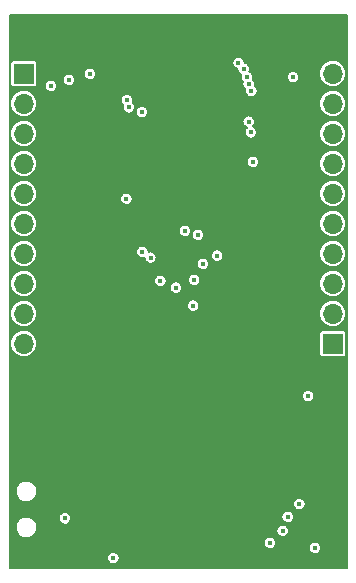
<source format=gbr>
G04 #@! TF.GenerationSoftware,KiCad,Pcbnew,(5.1.4)-1*
G04 #@! TF.CreationDate,2020-09-18T13:05:13-04:00*
G04 #@! TF.ProjectId,nRF52832_DEMO_V01,6e524635-3238-4333-925f-44454d4f5f56,rev?*
G04 #@! TF.SameCoordinates,Original*
G04 #@! TF.FileFunction,Copper,L2,Inr*
G04 #@! TF.FilePolarity,Positive*
%FSLAX46Y46*%
G04 Gerber Fmt 4.6, Leading zero omitted, Abs format (unit mm)*
G04 Created by KiCad (PCBNEW (5.1.4)-1) date 2020-09-18 13:05:13*
%MOMM*%
%LPD*%
G04 APERTURE LIST*
%ADD10O,1.700000X1.700000*%
%ADD11R,1.700000X1.700000*%
%ADD12C,0.500000*%
%ADD13C,0.450000*%
%ADD14C,0.200000*%
G04 APERTURE END LIST*
D10*
X129286000Y-63500000D03*
X129286000Y-66040000D03*
X129286000Y-68580000D03*
X129286000Y-71120000D03*
X129286000Y-73660000D03*
X129286000Y-76200000D03*
X129286000Y-78740000D03*
X129286000Y-81280000D03*
X129286000Y-83820000D03*
D11*
X129286000Y-86360000D03*
X103124000Y-63500000D03*
D10*
X103124000Y-66040000D03*
X103124000Y-68580000D03*
X103124000Y-71120000D03*
X103124000Y-73660000D03*
X103124000Y-76200000D03*
X103124000Y-78740000D03*
X103124000Y-81280000D03*
X103124000Y-83820000D03*
X103124000Y-86360000D03*
D12*
X115052700Y-70380000D03*
X115052700Y-69180000D03*
X115052700Y-67980000D03*
X115052700Y-66780000D03*
X116252700Y-70380000D03*
X116252700Y-69180000D03*
X116252700Y-67980000D03*
X116252700Y-66780000D03*
X117452700Y-70380000D03*
X117452700Y-69180000D03*
X117452700Y-67980000D03*
X117452700Y-66780000D03*
X118652700Y-70380000D03*
X118652700Y-69180000D03*
X118652700Y-67980000D03*
X118652700Y-66780000D03*
D13*
X115824000Y-103845360D03*
X119684800Y-103865680D03*
X106603800Y-101142800D03*
X114264440Y-72801480D03*
X117043200Y-91414600D03*
X118186200Y-91224100D03*
X121424700Y-91224100D03*
X126238000Y-104457500D03*
X119468900Y-77927200D03*
X111328200Y-80010000D03*
X121031000Y-80060800D03*
X121031000Y-86410800D03*
X111328200Y-86410800D03*
X107365800Y-71170800D03*
X125171200Y-66052700D03*
X109286040Y-65747900D03*
X106461560Y-67843400D03*
X113906300Y-90678000D03*
X116230400Y-87668100D03*
X119354600Y-87655400D03*
X120396000Y-60960000D03*
X120396000Y-59182000D03*
X115316000Y-59182000D03*
X115316000Y-60960000D03*
X125476000Y-59182000D03*
X113284000Y-61722000D03*
X114554000Y-61722000D03*
X125476000Y-62738000D03*
X105156000Y-62738000D03*
X121158000Y-93599000D03*
X109220000Y-73152000D03*
X105156000Y-86106000D03*
X105156000Y-89662000D03*
X105664000Y-103911400D03*
X110236000Y-75438000D03*
X110236000Y-78994000D03*
X110236000Y-82550000D03*
X105156000Y-59182000D03*
X110236000Y-59182000D03*
X125476000Y-69850000D03*
X110236000Y-89662000D03*
X110236000Y-93218000D03*
X110236000Y-96774000D03*
X110236000Y-99568000D03*
X102108000Y-61468000D03*
X107696000Y-61468000D03*
X122936000Y-61468000D03*
X128524000Y-61468000D03*
X128524000Y-87884000D03*
X128524000Y-90932000D03*
X128524000Y-99060000D03*
X128524000Y-104648000D03*
X123952000Y-80264000D03*
X123952000Y-84328000D03*
X123952000Y-88392000D03*
X107696000Y-95504000D03*
X107696000Y-91440000D03*
X107696000Y-87884000D03*
X107696000Y-84328000D03*
X107696000Y-80772000D03*
X107696000Y-77216000D03*
X107696000Y-74676000D03*
X107696000Y-98552000D03*
X107696000Y-101600000D03*
X128524000Y-102108000D03*
X123952000Y-93472000D03*
X123952000Y-97028000D03*
X123952000Y-104648000D03*
X120904000Y-104648000D03*
X121412000Y-96012000D03*
X121412000Y-98552000D03*
X112522000Y-100584000D03*
X112522000Y-103124000D03*
X120904000Y-102870000D03*
X102095300Y-91528900D03*
X115430300Y-83883498D03*
X122593100Y-70015100D03*
X111848900Y-60820300D03*
X109291120Y-64582040D03*
X113009680Y-69479160D03*
X113593880Y-79811880D03*
X114259360Y-75910440D03*
X114889280Y-75920600D03*
X127762000Y-103632000D03*
X119481600Y-78892400D03*
X111810800Y-74091800D03*
X122504200Y-70967600D03*
X110705900Y-104508300D03*
X125920500Y-63792100D03*
X117449600Y-83134200D03*
X127203200Y-90805000D03*
X111836200Y-65735200D03*
X122158760Y-64363600D03*
X123952000Y-103220520D03*
X122387360Y-64983360D03*
X125031500Y-102209600D03*
X125463300Y-101003100D03*
X122341640Y-68468240D03*
X126453900Y-99949000D03*
X122153680Y-67553840D03*
X105410000Y-64516000D03*
X122011440Y-63779400D03*
X118287800Y-79603600D03*
X106934000Y-64008000D03*
X121729500Y-63088317D03*
X108712000Y-63500000D03*
X116001800Y-81610200D03*
X121297700Y-62572900D03*
X113848797Y-79069910D03*
X112014000Y-66344800D03*
X116763800Y-76809600D03*
X113121440Y-66757990D03*
X117551200Y-80937100D03*
X114681000Y-81026000D03*
X113164190Y-78587600D03*
X117856000Y-77139800D03*
D14*
G36*
X130485000Y-105339000D02*
G01*
X101925000Y-105339000D01*
X101925000Y-104456592D01*
X110180900Y-104456592D01*
X110180900Y-104560008D01*
X110201076Y-104661437D01*
X110240651Y-104756981D01*
X110298106Y-104842968D01*
X110371232Y-104916094D01*
X110457219Y-104973549D01*
X110552763Y-105013124D01*
X110654192Y-105033300D01*
X110757608Y-105033300D01*
X110859037Y-105013124D01*
X110954581Y-104973549D01*
X111040568Y-104916094D01*
X111113694Y-104842968D01*
X111171149Y-104756981D01*
X111210724Y-104661437D01*
X111230900Y-104560008D01*
X111230900Y-104456592D01*
X111210724Y-104355163D01*
X111171149Y-104259619D01*
X111113694Y-104173632D01*
X111040568Y-104100506D01*
X110954581Y-104043051D01*
X110859037Y-104003476D01*
X110757608Y-103983300D01*
X110654192Y-103983300D01*
X110552763Y-104003476D01*
X110457219Y-104043051D01*
X110371232Y-104100506D01*
X110298106Y-104173632D01*
X110240651Y-104259619D01*
X110201076Y-104355163D01*
X110180900Y-104456592D01*
X101925000Y-104456592D01*
X101925000Y-103168812D01*
X123427000Y-103168812D01*
X123427000Y-103272228D01*
X123447176Y-103373657D01*
X123486751Y-103469201D01*
X123544206Y-103555188D01*
X123617332Y-103628314D01*
X123703319Y-103685769D01*
X123798863Y-103725344D01*
X123900292Y-103745520D01*
X124003708Y-103745520D01*
X124105137Y-103725344D01*
X124200681Y-103685769D01*
X124286668Y-103628314D01*
X124334690Y-103580292D01*
X127237000Y-103580292D01*
X127237000Y-103683708D01*
X127257176Y-103785137D01*
X127296751Y-103880681D01*
X127354206Y-103966668D01*
X127427332Y-104039794D01*
X127513319Y-104097249D01*
X127608863Y-104136824D01*
X127710292Y-104157000D01*
X127813708Y-104157000D01*
X127915137Y-104136824D01*
X128010681Y-104097249D01*
X128096668Y-104039794D01*
X128169794Y-103966668D01*
X128227249Y-103880681D01*
X128266824Y-103785137D01*
X128287000Y-103683708D01*
X128287000Y-103580292D01*
X128266824Y-103478863D01*
X128227249Y-103383319D01*
X128169794Y-103297332D01*
X128096668Y-103224206D01*
X128010681Y-103166751D01*
X127915137Y-103127176D01*
X127813708Y-103107000D01*
X127710292Y-103107000D01*
X127608863Y-103127176D01*
X127513319Y-103166751D01*
X127427332Y-103224206D01*
X127354206Y-103297332D01*
X127296751Y-103383319D01*
X127257176Y-103478863D01*
X127237000Y-103580292D01*
X124334690Y-103580292D01*
X124359794Y-103555188D01*
X124417249Y-103469201D01*
X124456824Y-103373657D01*
X124477000Y-103272228D01*
X124477000Y-103168812D01*
X124456824Y-103067383D01*
X124417249Y-102971839D01*
X124359794Y-102885852D01*
X124286668Y-102812726D01*
X124200681Y-102755271D01*
X124105137Y-102715696D01*
X124003708Y-102695520D01*
X123900292Y-102695520D01*
X123798863Y-102715696D01*
X123703319Y-102755271D01*
X123617332Y-102812726D01*
X123544206Y-102885852D01*
X123486751Y-102971839D01*
X123447176Y-103067383D01*
X123427000Y-103168812D01*
X101925000Y-103168812D01*
X101925000Y-101815467D01*
X102420192Y-101815467D01*
X102420192Y-101994133D01*
X102455047Y-102169365D01*
X102523420Y-102334430D01*
X102622681Y-102482984D01*
X102749016Y-102609319D01*
X102897570Y-102708580D01*
X103062635Y-102776953D01*
X103237867Y-102811808D01*
X103416533Y-102811808D01*
X103591765Y-102776953D01*
X103756830Y-102708580D01*
X103905384Y-102609319D01*
X104031719Y-102482984D01*
X104130980Y-102334430D01*
X104199353Y-102169365D01*
X104201635Y-102157892D01*
X124506500Y-102157892D01*
X124506500Y-102261308D01*
X124526676Y-102362737D01*
X124566251Y-102458281D01*
X124623706Y-102544268D01*
X124696832Y-102617394D01*
X124782819Y-102674849D01*
X124878363Y-102714424D01*
X124979792Y-102734600D01*
X125083208Y-102734600D01*
X125184637Y-102714424D01*
X125280181Y-102674849D01*
X125366168Y-102617394D01*
X125439294Y-102544268D01*
X125496749Y-102458281D01*
X125536324Y-102362737D01*
X125556500Y-102261308D01*
X125556500Y-102157892D01*
X125536324Y-102056463D01*
X125496749Y-101960919D01*
X125439294Y-101874932D01*
X125366168Y-101801806D01*
X125280181Y-101744351D01*
X125184637Y-101704776D01*
X125083208Y-101684600D01*
X124979792Y-101684600D01*
X124878363Y-101704776D01*
X124782819Y-101744351D01*
X124696832Y-101801806D01*
X124623706Y-101874932D01*
X124566251Y-101960919D01*
X124526676Y-102056463D01*
X124506500Y-102157892D01*
X104201635Y-102157892D01*
X104234208Y-101994133D01*
X104234208Y-101815467D01*
X104199353Y-101640235D01*
X104130980Y-101475170D01*
X104031719Y-101326616D01*
X103905384Y-101200281D01*
X103756830Y-101101020D01*
X103732862Y-101091092D01*
X106078800Y-101091092D01*
X106078800Y-101194508D01*
X106098976Y-101295937D01*
X106138551Y-101391481D01*
X106196006Y-101477468D01*
X106269132Y-101550594D01*
X106355119Y-101608049D01*
X106450663Y-101647624D01*
X106552092Y-101667800D01*
X106655508Y-101667800D01*
X106756937Y-101647624D01*
X106852481Y-101608049D01*
X106938468Y-101550594D01*
X107011594Y-101477468D01*
X107069049Y-101391481D01*
X107108624Y-101295937D01*
X107128800Y-101194508D01*
X107128800Y-101091092D01*
X107108624Y-100989663D01*
X107092772Y-100951392D01*
X124938300Y-100951392D01*
X124938300Y-101054808D01*
X124958476Y-101156237D01*
X124998051Y-101251781D01*
X125055506Y-101337768D01*
X125128632Y-101410894D01*
X125214619Y-101468349D01*
X125310163Y-101507924D01*
X125411592Y-101528100D01*
X125515008Y-101528100D01*
X125616437Y-101507924D01*
X125711981Y-101468349D01*
X125797968Y-101410894D01*
X125871094Y-101337768D01*
X125928549Y-101251781D01*
X125968124Y-101156237D01*
X125988300Y-101054808D01*
X125988300Y-100951392D01*
X125968124Y-100849963D01*
X125928549Y-100754419D01*
X125871094Y-100668432D01*
X125797968Y-100595306D01*
X125711981Y-100537851D01*
X125616437Y-100498276D01*
X125515008Y-100478100D01*
X125411592Y-100478100D01*
X125310163Y-100498276D01*
X125214619Y-100537851D01*
X125128632Y-100595306D01*
X125055506Y-100668432D01*
X124998051Y-100754419D01*
X124958476Y-100849963D01*
X124938300Y-100951392D01*
X107092772Y-100951392D01*
X107069049Y-100894119D01*
X107011594Y-100808132D01*
X106938468Y-100735006D01*
X106852481Y-100677551D01*
X106756937Y-100637976D01*
X106655508Y-100617800D01*
X106552092Y-100617800D01*
X106450663Y-100637976D01*
X106355119Y-100677551D01*
X106269132Y-100735006D01*
X106196006Y-100808132D01*
X106138551Y-100894119D01*
X106098976Y-100989663D01*
X106078800Y-101091092D01*
X103732862Y-101091092D01*
X103591765Y-101032647D01*
X103416533Y-100997792D01*
X103237867Y-100997792D01*
X103062635Y-101032647D01*
X102897570Y-101101020D01*
X102749016Y-101200281D01*
X102622681Y-101326616D01*
X102523420Y-101475170D01*
X102455047Y-101640235D01*
X102420192Y-101815467D01*
X101925000Y-101815467D01*
X101925000Y-99897292D01*
X125928900Y-99897292D01*
X125928900Y-100000708D01*
X125949076Y-100102137D01*
X125988651Y-100197681D01*
X126046106Y-100283668D01*
X126119232Y-100356794D01*
X126205219Y-100414249D01*
X126300763Y-100453824D01*
X126402192Y-100474000D01*
X126505608Y-100474000D01*
X126607037Y-100453824D01*
X126702581Y-100414249D01*
X126788568Y-100356794D01*
X126861694Y-100283668D01*
X126919149Y-100197681D01*
X126958724Y-100102137D01*
X126978900Y-100000708D01*
X126978900Y-99897292D01*
X126958724Y-99795863D01*
X126919149Y-99700319D01*
X126861694Y-99614332D01*
X126788568Y-99541206D01*
X126702581Y-99483751D01*
X126607037Y-99444176D01*
X126505608Y-99424000D01*
X126402192Y-99424000D01*
X126300763Y-99444176D01*
X126205219Y-99483751D01*
X126119232Y-99541206D01*
X126046106Y-99614332D01*
X125988651Y-99700319D01*
X125949076Y-99795863D01*
X125928900Y-99897292D01*
X101925000Y-99897292D01*
X101925000Y-98767467D01*
X102420192Y-98767467D01*
X102420192Y-98946133D01*
X102455047Y-99121365D01*
X102523420Y-99286430D01*
X102622681Y-99434984D01*
X102749016Y-99561319D01*
X102897570Y-99660580D01*
X103062635Y-99728953D01*
X103237867Y-99763808D01*
X103416533Y-99763808D01*
X103591765Y-99728953D01*
X103756830Y-99660580D01*
X103905384Y-99561319D01*
X104031719Y-99434984D01*
X104130980Y-99286430D01*
X104199353Y-99121365D01*
X104234208Y-98946133D01*
X104234208Y-98767467D01*
X104199353Y-98592235D01*
X104130980Y-98427170D01*
X104031719Y-98278616D01*
X103905384Y-98152281D01*
X103756830Y-98053020D01*
X103591765Y-97984647D01*
X103416533Y-97949792D01*
X103237867Y-97949792D01*
X103062635Y-97984647D01*
X102897570Y-98053020D01*
X102749016Y-98152281D01*
X102622681Y-98278616D01*
X102523420Y-98427170D01*
X102455047Y-98592235D01*
X102420192Y-98767467D01*
X101925000Y-98767467D01*
X101925000Y-90753292D01*
X126678200Y-90753292D01*
X126678200Y-90856708D01*
X126698376Y-90958137D01*
X126737951Y-91053681D01*
X126795406Y-91139668D01*
X126868532Y-91212794D01*
X126954519Y-91270249D01*
X127050063Y-91309824D01*
X127151492Y-91330000D01*
X127254908Y-91330000D01*
X127356337Y-91309824D01*
X127451881Y-91270249D01*
X127537868Y-91212794D01*
X127610994Y-91139668D01*
X127668449Y-91053681D01*
X127708024Y-90958137D01*
X127728200Y-90856708D01*
X127728200Y-90753292D01*
X127708024Y-90651863D01*
X127668449Y-90556319D01*
X127610994Y-90470332D01*
X127537868Y-90397206D01*
X127451881Y-90339751D01*
X127356337Y-90300176D01*
X127254908Y-90280000D01*
X127151492Y-90280000D01*
X127050063Y-90300176D01*
X126954519Y-90339751D01*
X126868532Y-90397206D01*
X126795406Y-90470332D01*
X126737951Y-90556319D01*
X126698376Y-90651863D01*
X126678200Y-90753292D01*
X101925000Y-90753292D01*
X101925000Y-86360000D01*
X101968436Y-86360000D01*
X101990640Y-86585439D01*
X102056398Y-86802215D01*
X102163184Y-87001997D01*
X102306893Y-87177107D01*
X102482003Y-87320816D01*
X102681785Y-87427602D01*
X102898561Y-87493360D01*
X103067508Y-87510000D01*
X103180492Y-87510000D01*
X103349439Y-87493360D01*
X103566215Y-87427602D01*
X103765997Y-87320816D01*
X103941107Y-87177107D01*
X104084816Y-87001997D01*
X104191602Y-86802215D01*
X104257360Y-86585439D01*
X104279564Y-86360000D01*
X104257360Y-86134561D01*
X104191602Y-85917785D01*
X104084816Y-85718003D01*
X103941107Y-85542893D01*
X103901027Y-85510000D01*
X128134549Y-85510000D01*
X128134549Y-87210000D01*
X128140341Y-87268810D01*
X128157496Y-87325360D01*
X128185353Y-87377477D01*
X128222842Y-87423158D01*
X128268523Y-87460647D01*
X128320640Y-87488504D01*
X128377190Y-87505659D01*
X128436000Y-87511451D01*
X130136000Y-87511451D01*
X130194810Y-87505659D01*
X130251360Y-87488504D01*
X130303477Y-87460647D01*
X130349158Y-87423158D01*
X130386647Y-87377477D01*
X130414504Y-87325360D01*
X130431659Y-87268810D01*
X130437451Y-87210000D01*
X130437451Y-85510000D01*
X130431659Y-85451190D01*
X130414504Y-85394640D01*
X130386647Y-85342523D01*
X130349158Y-85296842D01*
X130303477Y-85259353D01*
X130251360Y-85231496D01*
X130194810Y-85214341D01*
X130136000Y-85208549D01*
X128436000Y-85208549D01*
X128377190Y-85214341D01*
X128320640Y-85231496D01*
X128268523Y-85259353D01*
X128222842Y-85296842D01*
X128185353Y-85342523D01*
X128157496Y-85394640D01*
X128140341Y-85451190D01*
X128134549Y-85510000D01*
X103901027Y-85510000D01*
X103765997Y-85399184D01*
X103566215Y-85292398D01*
X103349439Y-85226640D01*
X103180492Y-85210000D01*
X103067508Y-85210000D01*
X102898561Y-85226640D01*
X102681785Y-85292398D01*
X102482003Y-85399184D01*
X102306893Y-85542893D01*
X102163184Y-85718003D01*
X102056398Y-85917785D01*
X101990640Y-86134561D01*
X101968436Y-86360000D01*
X101925000Y-86360000D01*
X101925000Y-83820000D01*
X101968436Y-83820000D01*
X101990640Y-84045439D01*
X102056398Y-84262215D01*
X102163184Y-84461997D01*
X102306893Y-84637107D01*
X102482003Y-84780816D01*
X102681785Y-84887602D01*
X102898561Y-84953360D01*
X103067508Y-84970000D01*
X103180492Y-84970000D01*
X103349439Y-84953360D01*
X103566215Y-84887602D01*
X103765997Y-84780816D01*
X103941107Y-84637107D01*
X104084816Y-84461997D01*
X104191602Y-84262215D01*
X104257360Y-84045439D01*
X104279564Y-83820000D01*
X128130436Y-83820000D01*
X128152640Y-84045439D01*
X128218398Y-84262215D01*
X128325184Y-84461997D01*
X128468893Y-84637107D01*
X128644003Y-84780816D01*
X128843785Y-84887602D01*
X129060561Y-84953360D01*
X129229508Y-84970000D01*
X129342492Y-84970000D01*
X129511439Y-84953360D01*
X129728215Y-84887602D01*
X129927997Y-84780816D01*
X130103107Y-84637107D01*
X130246816Y-84461997D01*
X130353602Y-84262215D01*
X130419360Y-84045439D01*
X130441564Y-83820000D01*
X130419360Y-83594561D01*
X130353602Y-83377785D01*
X130246816Y-83178003D01*
X130103107Y-83002893D01*
X129927997Y-82859184D01*
X129728215Y-82752398D01*
X129511439Y-82686640D01*
X129342492Y-82670000D01*
X129229508Y-82670000D01*
X129060561Y-82686640D01*
X128843785Y-82752398D01*
X128644003Y-82859184D01*
X128468893Y-83002893D01*
X128325184Y-83178003D01*
X128218398Y-83377785D01*
X128152640Y-83594561D01*
X128130436Y-83820000D01*
X104279564Y-83820000D01*
X104257360Y-83594561D01*
X104191602Y-83377785D01*
X104084816Y-83178003D01*
X104006433Y-83082492D01*
X116924600Y-83082492D01*
X116924600Y-83185908D01*
X116944776Y-83287337D01*
X116984351Y-83382881D01*
X117041806Y-83468868D01*
X117114932Y-83541994D01*
X117200919Y-83599449D01*
X117296463Y-83639024D01*
X117397892Y-83659200D01*
X117501308Y-83659200D01*
X117602737Y-83639024D01*
X117698281Y-83599449D01*
X117784268Y-83541994D01*
X117857394Y-83468868D01*
X117914849Y-83382881D01*
X117954424Y-83287337D01*
X117974600Y-83185908D01*
X117974600Y-83082492D01*
X117954424Y-82981063D01*
X117914849Y-82885519D01*
X117857394Y-82799532D01*
X117784268Y-82726406D01*
X117698281Y-82668951D01*
X117602737Y-82629376D01*
X117501308Y-82609200D01*
X117397892Y-82609200D01*
X117296463Y-82629376D01*
X117200919Y-82668951D01*
X117114932Y-82726406D01*
X117041806Y-82799532D01*
X116984351Y-82885519D01*
X116944776Y-82981063D01*
X116924600Y-83082492D01*
X104006433Y-83082492D01*
X103941107Y-83002893D01*
X103765997Y-82859184D01*
X103566215Y-82752398D01*
X103349439Y-82686640D01*
X103180492Y-82670000D01*
X103067508Y-82670000D01*
X102898561Y-82686640D01*
X102681785Y-82752398D01*
X102482003Y-82859184D01*
X102306893Y-83002893D01*
X102163184Y-83178003D01*
X102056398Y-83377785D01*
X101990640Y-83594561D01*
X101968436Y-83820000D01*
X101925000Y-83820000D01*
X101925000Y-81280000D01*
X101968436Y-81280000D01*
X101990640Y-81505439D01*
X102056398Y-81722215D01*
X102163184Y-81921997D01*
X102306893Y-82097107D01*
X102482003Y-82240816D01*
X102681785Y-82347602D01*
X102898561Y-82413360D01*
X103067508Y-82430000D01*
X103180492Y-82430000D01*
X103349439Y-82413360D01*
X103566215Y-82347602D01*
X103765997Y-82240816D01*
X103941107Y-82097107D01*
X104084816Y-81921997D01*
X104191602Y-81722215D01*
X104241266Y-81558492D01*
X115476800Y-81558492D01*
X115476800Y-81661908D01*
X115496976Y-81763337D01*
X115536551Y-81858881D01*
X115594006Y-81944868D01*
X115667132Y-82017994D01*
X115753119Y-82075449D01*
X115848663Y-82115024D01*
X115950092Y-82135200D01*
X116053508Y-82135200D01*
X116154937Y-82115024D01*
X116250481Y-82075449D01*
X116336468Y-82017994D01*
X116409594Y-81944868D01*
X116467049Y-81858881D01*
X116506624Y-81763337D01*
X116526800Y-81661908D01*
X116526800Y-81558492D01*
X116506624Y-81457063D01*
X116467049Y-81361519D01*
X116409594Y-81275532D01*
X116336468Y-81202406D01*
X116250481Y-81144951D01*
X116154937Y-81105376D01*
X116053508Y-81085200D01*
X115950092Y-81085200D01*
X115848663Y-81105376D01*
X115753119Y-81144951D01*
X115667132Y-81202406D01*
X115594006Y-81275532D01*
X115536551Y-81361519D01*
X115496976Y-81457063D01*
X115476800Y-81558492D01*
X104241266Y-81558492D01*
X104257360Y-81505439D01*
X104279564Y-81280000D01*
X104257360Y-81054561D01*
X104233011Y-80974292D01*
X114156000Y-80974292D01*
X114156000Y-81077708D01*
X114176176Y-81179137D01*
X114215751Y-81274681D01*
X114273206Y-81360668D01*
X114346332Y-81433794D01*
X114432319Y-81491249D01*
X114527863Y-81530824D01*
X114629292Y-81551000D01*
X114732708Y-81551000D01*
X114834137Y-81530824D01*
X114929681Y-81491249D01*
X115015668Y-81433794D01*
X115088794Y-81360668D01*
X115146249Y-81274681D01*
X115185824Y-81179137D01*
X115206000Y-81077708D01*
X115206000Y-80974292D01*
X115188317Y-80885392D01*
X117026200Y-80885392D01*
X117026200Y-80988808D01*
X117046376Y-81090237D01*
X117085951Y-81185781D01*
X117143406Y-81271768D01*
X117216532Y-81344894D01*
X117302519Y-81402349D01*
X117398063Y-81441924D01*
X117499492Y-81462100D01*
X117602908Y-81462100D01*
X117704337Y-81441924D01*
X117799881Y-81402349D01*
X117885868Y-81344894D01*
X117950762Y-81280000D01*
X128130436Y-81280000D01*
X128152640Y-81505439D01*
X128218398Y-81722215D01*
X128325184Y-81921997D01*
X128468893Y-82097107D01*
X128644003Y-82240816D01*
X128843785Y-82347602D01*
X129060561Y-82413360D01*
X129229508Y-82430000D01*
X129342492Y-82430000D01*
X129511439Y-82413360D01*
X129728215Y-82347602D01*
X129927997Y-82240816D01*
X130103107Y-82097107D01*
X130246816Y-81921997D01*
X130353602Y-81722215D01*
X130419360Y-81505439D01*
X130441564Y-81280000D01*
X130419360Y-81054561D01*
X130353602Y-80837785D01*
X130246816Y-80638003D01*
X130103107Y-80462893D01*
X129927997Y-80319184D01*
X129728215Y-80212398D01*
X129511439Y-80146640D01*
X129342492Y-80130000D01*
X129229508Y-80130000D01*
X129060561Y-80146640D01*
X128843785Y-80212398D01*
X128644003Y-80319184D01*
X128468893Y-80462893D01*
X128325184Y-80638003D01*
X128218398Y-80837785D01*
X128152640Y-81054561D01*
X128130436Y-81280000D01*
X117950762Y-81280000D01*
X117958994Y-81271768D01*
X118016449Y-81185781D01*
X118056024Y-81090237D01*
X118076200Y-80988808D01*
X118076200Y-80885392D01*
X118056024Y-80783963D01*
X118016449Y-80688419D01*
X117958994Y-80602432D01*
X117885868Y-80529306D01*
X117799881Y-80471851D01*
X117704337Y-80432276D01*
X117602908Y-80412100D01*
X117499492Y-80412100D01*
X117398063Y-80432276D01*
X117302519Y-80471851D01*
X117216532Y-80529306D01*
X117143406Y-80602432D01*
X117085951Y-80688419D01*
X117046376Y-80783963D01*
X117026200Y-80885392D01*
X115188317Y-80885392D01*
X115185824Y-80872863D01*
X115146249Y-80777319D01*
X115088794Y-80691332D01*
X115015668Y-80618206D01*
X114929681Y-80560751D01*
X114834137Y-80521176D01*
X114732708Y-80501000D01*
X114629292Y-80501000D01*
X114527863Y-80521176D01*
X114432319Y-80560751D01*
X114346332Y-80618206D01*
X114273206Y-80691332D01*
X114215751Y-80777319D01*
X114176176Y-80872863D01*
X114156000Y-80974292D01*
X104233011Y-80974292D01*
X104191602Y-80837785D01*
X104084816Y-80638003D01*
X103941107Y-80462893D01*
X103765997Y-80319184D01*
X103566215Y-80212398D01*
X103349439Y-80146640D01*
X103180492Y-80130000D01*
X103067508Y-80130000D01*
X102898561Y-80146640D01*
X102681785Y-80212398D01*
X102482003Y-80319184D01*
X102306893Y-80462893D01*
X102163184Y-80638003D01*
X102056398Y-80837785D01*
X101990640Y-81054561D01*
X101968436Y-81280000D01*
X101925000Y-81280000D01*
X101925000Y-78740000D01*
X101968436Y-78740000D01*
X101990640Y-78965439D01*
X102056398Y-79182215D01*
X102163184Y-79381997D01*
X102306893Y-79557107D01*
X102482003Y-79700816D01*
X102681785Y-79807602D01*
X102898561Y-79873360D01*
X103067508Y-79890000D01*
X103180492Y-79890000D01*
X103349439Y-79873360D01*
X103566215Y-79807602D01*
X103765997Y-79700816D01*
X103941107Y-79557107D01*
X104084816Y-79381997D01*
X104191602Y-79182215D01*
X104257360Y-78965439D01*
X104279564Y-78740000D01*
X104259461Y-78535892D01*
X112639190Y-78535892D01*
X112639190Y-78639308D01*
X112659366Y-78740737D01*
X112698941Y-78836281D01*
X112756396Y-78922268D01*
X112829522Y-78995394D01*
X112915509Y-79052849D01*
X113011053Y-79092424D01*
X113112482Y-79112600D01*
X113215898Y-79112600D01*
X113317327Y-79092424D01*
X113323797Y-79089744D01*
X113323797Y-79121618D01*
X113343973Y-79223047D01*
X113383548Y-79318591D01*
X113441003Y-79404578D01*
X113514129Y-79477704D01*
X113600116Y-79535159D01*
X113695660Y-79574734D01*
X113797089Y-79594910D01*
X113900505Y-79594910D01*
X114001934Y-79574734D01*
X114057080Y-79551892D01*
X117762800Y-79551892D01*
X117762800Y-79655308D01*
X117782976Y-79756737D01*
X117822551Y-79852281D01*
X117880006Y-79938268D01*
X117953132Y-80011394D01*
X118039119Y-80068849D01*
X118134663Y-80108424D01*
X118236092Y-80128600D01*
X118339508Y-80128600D01*
X118440937Y-80108424D01*
X118536481Y-80068849D01*
X118622468Y-80011394D01*
X118695594Y-79938268D01*
X118753049Y-79852281D01*
X118792624Y-79756737D01*
X118812800Y-79655308D01*
X118812800Y-79551892D01*
X118792624Y-79450463D01*
X118753049Y-79354919D01*
X118695594Y-79268932D01*
X118622468Y-79195806D01*
X118536481Y-79138351D01*
X118440937Y-79098776D01*
X118339508Y-79078600D01*
X118236092Y-79078600D01*
X118134663Y-79098776D01*
X118039119Y-79138351D01*
X117953132Y-79195806D01*
X117880006Y-79268932D01*
X117822551Y-79354919D01*
X117782976Y-79450463D01*
X117762800Y-79551892D01*
X114057080Y-79551892D01*
X114097478Y-79535159D01*
X114183465Y-79477704D01*
X114256591Y-79404578D01*
X114314046Y-79318591D01*
X114353621Y-79223047D01*
X114373797Y-79121618D01*
X114373797Y-79018202D01*
X114353621Y-78916773D01*
X114322108Y-78840692D01*
X118956600Y-78840692D01*
X118956600Y-78944108D01*
X118976776Y-79045537D01*
X119016351Y-79141081D01*
X119073806Y-79227068D01*
X119146932Y-79300194D01*
X119232919Y-79357649D01*
X119328463Y-79397224D01*
X119429892Y-79417400D01*
X119533308Y-79417400D01*
X119634737Y-79397224D01*
X119730281Y-79357649D01*
X119816268Y-79300194D01*
X119889394Y-79227068D01*
X119946849Y-79141081D01*
X119986424Y-79045537D01*
X120006600Y-78944108D01*
X120006600Y-78840692D01*
X119986571Y-78740000D01*
X128130436Y-78740000D01*
X128152640Y-78965439D01*
X128218398Y-79182215D01*
X128325184Y-79381997D01*
X128468893Y-79557107D01*
X128644003Y-79700816D01*
X128843785Y-79807602D01*
X129060561Y-79873360D01*
X129229508Y-79890000D01*
X129342492Y-79890000D01*
X129511439Y-79873360D01*
X129728215Y-79807602D01*
X129927997Y-79700816D01*
X130103107Y-79557107D01*
X130246816Y-79381997D01*
X130353602Y-79182215D01*
X130419360Y-78965439D01*
X130441564Y-78740000D01*
X130419360Y-78514561D01*
X130353602Y-78297785D01*
X130246816Y-78098003D01*
X130103107Y-77922893D01*
X129927997Y-77779184D01*
X129728215Y-77672398D01*
X129511439Y-77606640D01*
X129342492Y-77590000D01*
X129229508Y-77590000D01*
X129060561Y-77606640D01*
X128843785Y-77672398D01*
X128644003Y-77779184D01*
X128468893Y-77922893D01*
X128325184Y-78098003D01*
X128218398Y-78297785D01*
X128152640Y-78514561D01*
X128130436Y-78740000D01*
X119986571Y-78740000D01*
X119986424Y-78739263D01*
X119946849Y-78643719D01*
X119889394Y-78557732D01*
X119816268Y-78484606D01*
X119730281Y-78427151D01*
X119634737Y-78387576D01*
X119533308Y-78367400D01*
X119429892Y-78367400D01*
X119328463Y-78387576D01*
X119232919Y-78427151D01*
X119146932Y-78484606D01*
X119073806Y-78557732D01*
X119016351Y-78643719D01*
X118976776Y-78739263D01*
X118956600Y-78840692D01*
X114322108Y-78840692D01*
X114314046Y-78821229D01*
X114256591Y-78735242D01*
X114183465Y-78662116D01*
X114097478Y-78604661D01*
X114001934Y-78565086D01*
X113900505Y-78544910D01*
X113797089Y-78544910D01*
X113695660Y-78565086D01*
X113689190Y-78567766D01*
X113689190Y-78535892D01*
X113669014Y-78434463D01*
X113629439Y-78338919D01*
X113571984Y-78252932D01*
X113498858Y-78179806D01*
X113412871Y-78122351D01*
X113317327Y-78082776D01*
X113215898Y-78062600D01*
X113112482Y-78062600D01*
X113011053Y-78082776D01*
X112915509Y-78122351D01*
X112829522Y-78179806D01*
X112756396Y-78252932D01*
X112698941Y-78338919D01*
X112659366Y-78434463D01*
X112639190Y-78535892D01*
X104259461Y-78535892D01*
X104257360Y-78514561D01*
X104191602Y-78297785D01*
X104084816Y-78098003D01*
X103941107Y-77922893D01*
X103765997Y-77779184D01*
X103566215Y-77672398D01*
X103349439Y-77606640D01*
X103180492Y-77590000D01*
X103067508Y-77590000D01*
X102898561Y-77606640D01*
X102681785Y-77672398D01*
X102482003Y-77779184D01*
X102306893Y-77922893D01*
X102163184Y-78098003D01*
X102056398Y-78297785D01*
X101990640Y-78514561D01*
X101968436Y-78740000D01*
X101925000Y-78740000D01*
X101925000Y-76200000D01*
X101968436Y-76200000D01*
X101990640Y-76425439D01*
X102056398Y-76642215D01*
X102163184Y-76841997D01*
X102306893Y-77017107D01*
X102482003Y-77160816D01*
X102681785Y-77267602D01*
X102898561Y-77333360D01*
X103067508Y-77350000D01*
X103180492Y-77350000D01*
X103349439Y-77333360D01*
X103566215Y-77267602D01*
X103765997Y-77160816D01*
X103941107Y-77017107D01*
X104084816Y-76841997D01*
X104129771Y-76757892D01*
X116238800Y-76757892D01*
X116238800Y-76861308D01*
X116258976Y-76962737D01*
X116298551Y-77058281D01*
X116356006Y-77144268D01*
X116429132Y-77217394D01*
X116515119Y-77274849D01*
X116610663Y-77314424D01*
X116712092Y-77334600D01*
X116815508Y-77334600D01*
X116916937Y-77314424D01*
X117012481Y-77274849D01*
X117098468Y-77217394D01*
X117171594Y-77144268D01*
X117209129Y-77088092D01*
X117331000Y-77088092D01*
X117331000Y-77191508D01*
X117351176Y-77292937D01*
X117390751Y-77388481D01*
X117448206Y-77474468D01*
X117521332Y-77547594D01*
X117607319Y-77605049D01*
X117702863Y-77644624D01*
X117804292Y-77664800D01*
X117907708Y-77664800D01*
X118009137Y-77644624D01*
X118104681Y-77605049D01*
X118190668Y-77547594D01*
X118263794Y-77474468D01*
X118321249Y-77388481D01*
X118360824Y-77292937D01*
X118381000Y-77191508D01*
X118381000Y-77088092D01*
X118360824Y-76986663D01*
X118321249Y-76891119D01*
X118263794Y-76805132D01*
X118190668Y-76732006D01*
X118104681Y-76674551D01*
X118009137Y-76634976D01*
X117907708Y-76614800D01*
X117804292Y-76614800D01*
X117702863Y-76634976D01*
X117607319Y-76674551D01*
X117521332Y-76732006D01*
X117448206Y-76805132D01*
X117390751Y-76891119D01*
X117351176Y-76986663D01*
X117331000Y-77088092D01*
X117209129Y-77088092D01*
X117229049Y-77058281D01*
X117268624Y-76962737D01*
X117288800Y-76861308D01*
X117288800Y-76757892D01*
X117268624Y-76656463D01*
X117229049Y-76560919D01*
X117171594Y-76474932D01*
X117098468Y-76401806D01*
X117012481Y-76344351D01*
X116916937Y-76304776D01*
X116815508Y-76284600D01*
X116712092Y-76284600D01*
X116610663Y-76304776D01*
X116515119Y-76344351D01*
X116429132Y-76401806D01*
X116356006Y-76474932D01*
X116298551Y-76560919D01*
X116258976Y-76656463D01*
X116238800Y-76757892D01*
X104129771Y-76757892D01*
X104191602Y-76642215D01*
X104257360Y-76425439D01*
X104279564Y-76200000D01*
X128130436Y-76200000D01*
X128152640Y-76425439D01*
X128218398Y-76642215D01*
X128325184Y-76841997D01*
X128468893Y-77017107D01*
X128644003Y-77160816D01*
X128843785Y-77267602D01*
X129060561Y-77333360D01*
X129229508Y-77350000D01*
X129342492Y-77350000D01*
X129511439Y-77333360D01*
X129728215Y-77267602D01*
X129927997Y-77160816D01*
X130103107Y-77017107D01*
X130246816Y-76841997D01*
X130353602Y-76642215D01*
X130419360Y-76425439D01*
X130441564Y-76200000D01*
X130419360Y-75974561D01*
X130353602Y-75757785D01*
X130246816Y-75558003D01*
X130103107Y-75382893D01*
X129927997Y-75239184D01*
X129728215Y-75132398D01*
X129511439Y-75066640D01*
X129342492Y-75050000D01*
X129229508Y-75050000D01*
X129060561Y-75066640D01*
X128843785Y-75132398D01*
X128644003Y-75239184D01*
X128468893Y-75382893D01*
X128325184Y-75558003D01*
X128218398Y-75757785D01*
X128152640Y-75974561D01*
X128130436Y-76200000D01*
X104279564Y-76200000D01*
X104257360Y-75974561D01*
X104191602Y-75757785D01*
X104084816Y-75558003D01*
X103941107Y-75382893D01*
X103765997Y-75239184D01*
X103566215Y-75132398D01*
X103349439Y-75066640D01*
X103180492Y-75050000D01*
X103067508Y-75050000D01*
X102898561Y-75066640D01*
X102681785Y-75132398D01*
X102482003Y-75239184D01*
X102306893Y-75382893D01*
X102163184Y-75558003D01*
X102056398Y-75757785D01*
X101990640Y-75974561D01*
X101968436Y-76200000D01*
X101925000Y-76200000D01*
X101925000Y-73660000D01*
X101968436Y-73660000D01*
X101990640Y-73885439D01*
X102056398Y-74102215D01*
X102163184Y-74301997D01*
X102306893Y-74477107D01*
X102482003Y-74620816D01*
X102681785Y-74727602D01*
X102898561Y-74793360D01*
X103067508Y-74810000D01*
X103180492Y-74810000D01*
X103349439Y-74793360D01*
X103566215Y-74727602D01*
X103765997Y-74620816D01*
X103941107Y-74477107D01*
X104084816Y-74301997D01*
X104191602Y-74102215D01*
X104210446Y-74040092D01*
X111285800Y-74040092D01*
X111285800Y-74143508D01*
X111305976Y-74244937D01*
X111345551Y-74340481D01*
X111403006Y-74426468D01*
X111476132Y-74499594D01*
X111562119Y-74557049D01*
X111657663Y-74596624D01*
X111759092Y-74616800D01*
X111862508Y-74616800D01*
X111963937Y-74596624D01*
X112059481Y-74557049D01*
X112145468Y-74499594D01*
X112218594Y-74426468D01*
X112276049Y-74340481D01*
X112315624Y-74244937D01*
X112335800Y-74143508D01*
X112335800Y-74040092D01*
X112315624Y-73938663D01*
X112276049Y-73843119D01*
X112218594Y-73757132D01*
X112145468Y-73684006D01*
X112109541Y-73660000D01*
X128130436Y-73660000D01*
X128152640Y-73885439D01*
X128218398Y-74102215D01*
X128325184Y-74301997D01*
X128468893Y-74477107D01*
X128644003Y-74620816D01*
X128843785Y-74727602D01*
X129060561Y-74793360D01*
X129229508Y-74810000D01*
X129342492Y-74810000D01*
X129511439Y-74793360D01*
X129728215Y-74727602D01*
X129927997Y-74620816D01*
X130103107Y-74477107D01*
X130246816Y-74301997D01*
X130353602Y-74102215D01*
X130419360Y-73885439D01*
X130441564Y-73660000D01*
X130419360Y-73434561D01*
X130353602Y-73217785D01*
X130246816Y-73018003D01*
X130103107Y-72842893D01*
X129927997Y-72699184D01*
X129728215Y-72592398D01*
X129511439Y-72526640D01*
X129342492Y-72510000D01*
X129229508Y-72510000D01*
X129060561Y-72526640D01*
X128843785Y-72592398D01*
X128644003Y-72699184D01*
X128468893Y-72842893D01*
X128325184Y-73018003D01*
X128218398Y-73217785D01*
X128152640Y-73434561D01*
X128130436Y-73660000D01*
X112109541Y-73660000D01*
X112059481Y-73626551D01*
X111963937Y-73586976D01*
X111862508Y-73566800D01*
X111759092Y-73566800D01*
X111657663Y-73586976D01*
X111562119Y-73626551D01*
X111476132Y-73684006D01*
X111403006Y-73757132D01*
X111345551Y-73843119D01*
X111305976Y-73938663D01*
X111285800Y-74040092D01*
X104210446Y-74040092D01*
X104257360Y-73885439D01*
X104279564Y-73660000D01*
X104257360Y-73434561D01*
X104191602Y-73217785D01*
X104084816Y-73018003D01*
X103941107Y-72842893D01*
X103765997Y-72699184D01*
X103566215Y-72592398D01*
X103349439Y-72526640D01*
X103180492Y-72510000D01*
X103067508Y-72510000D01*
X102898561Y-72526640D01*
X102681785Y-72592398D01*
X102482003Y-72699184D01*
X102306893Y-72842893D01*
X102163184Y-73018003D01*
X102056398Y-73217785D01*
X101990640Y-73434561D01*
X101968436Y-73660000D01*
X101925000Y-73660000D01*
X101925000Y-71120000D01*
X101968436Y-71120000D01*
X101990640Y-71345439D01*
X102056398Y-71562215D01*
X102163184Y-71761997D01*
X102306893Y-71937107D01*
X102482003Y-72080816D01*
X102681785Y-72187602D01*
X102898561Y-72253360D01*
X103067508Y-72270000D01*
X103180492Y-72270000D01*
X103349439Y-72253360D01*
X103566215Y-72187602D01*
X103765997Y-72080816D01*
X103941107Y-71937107D01*
X104084816Y-71761997D01*
X104191602Y-71562215D01*
X104257360Y-71345439D01*
X104279564Y-71120000D01*
X104259461Y-70915892D01*
X121979200Y-70915892D01*
X121979200Y-71019308D01*
X121999376Y-71120737D01*
X122038951Y-71216281D01*
X122096406Y-71302268D01*
X122169532Y-71375394D01*
X122255519Y-71432849D01*
X122351063Y-71472424D01*
X122452492Y-71492600D01*
X122555908Y-71492600D01*
X122657337Y-71472424D01*
X122752881Y-71432849D01*
X122838868Y-71375394D01*
X122911994Y-71302268D01*
X122969449Y-71216281D01*
X123009024Y-71120737D01*
X123009170Y-71120000D01*
X128130436Y-71120000D01*
X128152640Y-71345439D01*
X128218398Y-71562215D01*
X128325184Y-71761997D01*
X128468893Y-71937107D01*
X128644003Y-72080816D01*
X128843785Y-72187602D01*
X129060561Y-72253360D01*
X129229508Y-72270000D01*
X129342492Y-72270000D01*
X129511439Y-72253360D01*
X129728215Y-72187602D01*
X129927997Y-72080816D01*
X130103107Y-71937107D01*
X130246816Y-71761997D01*
X130353602Y-71562215D01*
X130419360Y-71345439D01*
X130441564Y-71120000D01*
X130419360Y-70894561D01*
X130353602Y-70677785D01*
X130246816Y-70478003D01*
X130103107Y-70302893D01*
X129927997Y-70159184D01*
X129728215Y-70052398D01*
X129511439Y-69986640D01*
X129342492Y-69970000D01*
X129229508Y-69970000D01*
X129060561Y-69986640D01*
X128843785Y-70052398D01*
X128644003Y-70159184D01*
X128468893Y-70302893D01*
X128325184Y-70478003D01*
X128218398Y-70677785D01*
X128152640Y-70894561D01*
X128130436Y-71120000D01*
X123009170Y-71120000D01*
X123029200Y-71019308D01*
X123029200Y-70915892D01*
X123009024Y-70814463D01*
X122969449Y-70718919D01*
X122911994Y-70632932D01*
X122838868Y-70559806D01*
X122752881Y-70502351D01*
X122657337Y-70462776D01*
X122555908Y-70442600D01*
X122452492Y-70442600D01*
X122351063Y-70462776D01*
X122255519Y-70502351D01*
X122169532Y-70559806D01*
X122096406Y-70632932D01*
X122038951Y-70718919D01*
X121999376Y-70814463D01*
X121979200Y-70915892D01*
X104259461Y-70915892D01*
X104257360Y-70894561D01*
X104191602Y-70677785D01*
X104084816Y-70478003D01*
X103941107Y-70302893D01*
X103765997Y-70159184D01*
X103566215Y-70052398D01*
X103349439Y-69986640D01*
X103180492Y-69970000D01*
X103067508Y-69970000D01*
X102898561Y-69986640D01*
X102681785Y-70052398D01*
X102482003Y-70159184D01*
X102306893Y-70302893D01*
X102163184Y-70478003D01*
X102056398Y-70677785D01*
X101990640Y-70894561D01*
X101968436Y-71120000D01*
X101925000Y-71120000D01*
X101925000Y-68580000D01*
X101968436Y-68580000D01*
X101990640Y-68805439D01*
X102056398Y-69022215D01*
X102163184Y-69221997D01*
X102306893Y-69397107D01*
X102482003Y-69540816D01*
X102681785Y-69647602D01*
X102898561Y-69713360D01*
X103067508Y-69730000D01*
X103180492Y-69730000D01*
X103349439Y-69713360D01*
X103566215Y-69647602D01*
X103765997Y-69540816D01*
X103941107Y-69397107D01*
X104084816Y-69221997D01*
X104191602Y-69022215D01*
X104257360Y-68805439D01*
X104279564Y-68580000D01*
X104257360Y-68354561D01*
X104191602Y-68137785D01*
X104084816Y-67938003D01*
X103941107Y-67762893D01*
X103765997Y-67619184D01*
X103566215Y-67512398D01*
X103532373Y-67502132D01*
X121628680Y-67502132D01*
X121628680Y-67605548D01*
X121648856Y-67706977D01*
X121688431Y-67802521D01*
X121745886Y-67888508D01*
X121819012Y-67961634D01*
X121904999Y-68019089D01*
X122000543Y-68058664D01*
X122007552Y-68060058D01*
X122006972Y-68060446D01*
X121933846Y-68133572D01*
X121876391Y-68219559D01*
X121836816Y-68315103D01*
X121816640Y-68416532D01*
X121816640Y-68519948D01*
X121836816Y-68621377D01*
X121876391Y-68716921D01*
X121933846Y-68802908D01*
X122006972Y-68876034D01*
X122092959Y-68933489D01*
X122188503Y-68973064D01*
X122289932Y-68993240D01*
X122393348Y-68993240D01*
X122494777Y-68973064D01*
X122590321Y-68933489D01*
X122676308Y-68876034D01*
X122749434Y-68802908D01*
X122806889Y-68716921D01*
X122846464Y-68621377D01*
X122854694Y-68580000D01*
X128130436Y-68580000D01*
X128152640Y-68805439D01*
X128218398Y-69022215D01*
X128325184Y-69221997D01*
X128468893Y-69397107D01*
X128644003Y-69540816D01*
X128843785Y-69647602D01*
X129060561Y-69713360D01*
X129229508Y-69730000D01*
X129342492Y-69730000D01*
X129511439Y-69713360D01*
X129728215Y-69647602D01*
X129927997Y-69540816D01*
X130103107Y-69397107D01*
X130246816Y-69221997D01*
X130353602Y-69022215D01*
X130419360Y-68805439D01*
X130441564Y-68580000D01*
X130419360Y-68354561D01*
X130353602Y-68137785D01*
X130246816Y-67938003D01*
X130103107Y-67762893D01*
X129927997Y-67619184D01*
X129728215Y-67512398D01*
X129511439Y-67446640D01*
X129342492Y-67430000D01*
X129229508Y-67430000D01*
X129060561Y-67446640D01*
X128843785Y-67512398D01*
X128644003Y-67619184D01*
X128468893Y-67762893D01*
X128325184Y-67938003D01*
X128218398Y-68137785D01*
X128152640Y-68354561D01*
X128130436Y-68580000D01*
X122854694Y-68580000D01*
X122866640Y-68519948D01*
X122866640Y-68416532D01*
X122846464Y-68315103D01*
X122806889Y-68219559D01*
X122749434Y-68133572D01*
X122676308Y-68060446D01*
X122590321Y-68002991D01*
X122494777Y-67963416D01*
X122487768Y-67962022D01*
X122488348Y-67961634D01*
X122561474Y-67888508D01*
X122618929Y-67802521D01*
X122658504Y-67706977D01*
X122678680Y-67605548D01*
X122678680Y-67502132D01*
X122658504Y-67400703D01*
X122618929Y-67305159D01*
X122561474Y-67219172D01*
X122488348Y-67146046D01*
X122402361Y-67088591D01*
X122306817Y-67049016D01*
X122205388Y-67028840D01*
X122101972Y-67028840D01*
X122000543Y-67049016D01*
X121904999Y-67088591D01*
X121819012Y-67146046D01*
X121745886Y-67219172D01*
X121688431Y-67305159D01*
X121648856Y-67400703D01*
X121628680Y-67502132D01*
X103532373Y-67502132D01*
X103349439Y-67446640D01*
X103180492Y-67430000D01*
X103067508Y-67430000D01*
X102898561Y-67446640D01*
X102681785Y-67512398D01*
X102482003Y-67619184D01*
X102306893Y-67762893D01*
X102163184Y-67938003D01*
X102056398Y-68137785D01*
X101990640Y-68354561D01*
X101968436Y-68580000D01*
X101925000Y-68580000D01*
X101925000Y-66040000D01*
X101968436Y-66040000D01*
X101990640Y-66265439D01*
X102056398Y-66482215D01*
X102163184Y-66681997D01*
X102306893Y-66857107D01*
X102482003Y-67000816D01*
X102681785Y-67107602D01*
X102898561Y-67173360D01*
X103067508Y-67190000D01*
X103180492Y-67190000D01*
X103349439Y-67173360D01*
X103566215Y-67107602D01*
X103765997Y-67000816D01*
X103941107Y-66857107D01*
X104084816Y-66681997D01*
X104191602Y-66482215D01*
X104257360Y-66265439D01*
X104279564Y-66040000D01*
X104257360Y-65814561D01*
X104217601Y-65683492D01*
X111311200Y-65683492D01*
X111311200Y-65786908D01*
X111331376Y-65888337D01*
X111370951Y-65983881D01*
X111428406Y-66069868D01*
X111501532Y-66142994D01*
X111523308Y-66157544D01*
X111509176Y-66191663D01*
X111489000Y-66293092D01*
X111489000Y-66396508D01*
X111509176Y-66497937D01*
X111548751Y-66593481D01*
X111606206Y-66679468D01*
X111679332Y-66752594D01*
X111765319Y-66810049D01*
X111860863Y-66849624D01*
X111962292Y-66869800D01*
X112065708Y-66869800D01*
X112167137Y-66849624D01*
X112262681Y-66810049D01*
X112348668Y-66752594D01*
X112394980Y-66706282D01*
X112596440Y-66706282D01*
X112596440Y-66809698D01*
X112616616Y-66911127D01*
X112656191Y-67006671D01*
X112713646Y-67092658D01*
X112786772Y-67165784D01*
X112872759Y-67223239D01*
X112968303Y-67262814D01*
X113069732Y-67282990D01*
X113173148Y-67282990D01*
X113274577Y-67262814D01*
X113370121Y-67223239D01*
X113456108Y-67165784D01*
X113529234Y-67092658D01*
X113586689Y-67006671D01*
X113626264Y-66911127D01*
X113646440Y-66809698D01*
X113646440Y-66706282D01*
X113626264Y-66604853D01*
X113586689Y-66509309D01*
X113529234Y-66423322D01*
X113456108Y-66350196D01*
X113370121Y-66292741D01*
X113274577Y-66253166D01*
X113173148Y-66232990D01*
X113069732Y-66232990D01*
X112968303Y-66253166D01*
X112872759Y-66292741D01*
X112786772Y-66350196D01*
X112713646Y-66423322D01*
X112656191Y-66509309D01*
X112616616Y-66604853D01*
X112596440Y-66706282D01*
X112394980Y-66706282D01*
X112421794Y-66679468D01*
X112479249Y-66593481D01*
X112518824Y-66497937D01*
X112539000Y-66396508D01*
X112539000Y-66293092D01*
X112518824Y-66191663D01*
X112479249Y-66096119D01*
X112441752Y-66040000D01*
X128130436Y-66040000D01*
X128152640Y-66265439D01*
X128218398Y-66482215D01*
X128325184Y-66681997D01*
X128468893Y-66857107D01*
X128644003Y-67000816D01*
X128843785Y-67107602D01*
X129060561Y-67173360D01*
X129229508Y-67190000D01*
X129342492Y-67190000D01*
X129511439Y-67173360D01*
X129728215Y-67107602D01*
X129927997Y-67000816D01*
X130103107Y-66857107D01*
X130246816Y-66681997D01*
X130353602Y-66482215D01*
X130419360Y-66265439D01*
X130441564Y-66040000D01*
X130419360Y-65814561D01*
X130353602Y-65597785D01*
X130246816Y-65398003D01*
X130103107Y-65222893D01*
X129927997Y-65079184D01*
X129728215Y-64972398D01*
X129511439Y-64906640D01*
X129342492Y-64890000D01*
X129229508Y-64890000D01*
X129060561Y-64906640D01*
X128843785Y-64972398D01*
X128644003Y-65079184D01*
X128468893Y-65222893D01*
X128325184Y-65398003D01*
X128218398Y-65597785D01*
X128152640Y-65814561D01*
X128130436Y-66040000D01*
X112441752Y-66040000D01*
X112421794Y-66010132D01*
X112348668Y-65937006D01*
X112326892Y-65922456D01*
X112341024Y-65888337D01*
X112361200Y-65786908D01*
X112361200Y-65683492D01*
X112341024Y-65582063D01*
X112301449Y-65486519D01*
X112243994Y-65400532D01*
X112170868Y-65327406D01*
X112084881Y-65269951D01*
X111989337Y-65230376D01*
X111887908Y-65210200D01*
X111784492Y-65210200D01*
X111683063Y-65230376D01*
X111587519Y-65269951D01*
X111501532Y-65327406D01*
X111428406Y-65400532D01*
X111370951Y-65486519D01*
X111331376Y-65582063D01*
X111311200Y-65683492D01*
X104217601Y-65683492D01*
X104191602Y-65597785D01*
X104084816Y-65398003D01*
X103941107Y-65222893D01*
X103765997Y-65079184D01*
X103566215Y-64972398D01*
X103349439Y-64906640D01*
X103180492Y-64890000D01*
X103067508Y-64890000D01*
X102898561Y-64906640D01*
X102681785Y-64972398D01*
X102482003Y-65079184D01*
X102306893Y-65222893D01*
X102163184Y-65398003D01*
X102056398Y-65597785D01*
X101990640Y-65814561D01*
X101968436Y-66040000D01*
X101925000Y-66040000D01*
X101925000Y-62650000D01*
X101972549Y-62650000D01*
X101972549Y-64350000D01*
X101978341Y-64408810D01*
X101995496Y-64465360D01*
X102023353Y-64517477D01*
X102060842Y-64563158D01*
X102106523Y-64600647D01*
X102158640Y-64628504D01*
X102215190Y-64645659D01*
X102274000Y-64651451D01*
X103974000Y-64651451D01*
X104032810Y-64645659D01*
X104089360Y-64628504D01*
X104141477Y-64600647D01*
X104187158Y-64563158D01*
X104224647Y-64517477D01*
X104252504Y-64465360D01*
X104252827Y-64464292D01*
X104885000Y-64464292D01*
X104885000Y-64567708D01*
X104905176Y-64669137D01*
X104944751Y-64764681D01*
X105002206Y-64850668D01*
X105075332Y-64923794D01*
X105161319Y-64981249D01*
X105256863Y-65020824D01*
X105358292Y-65041000D01*
X105461708Y-65041000D01*
X105563137Y-65020824D01*
X105658681Y-64981249D01*
X105744668Y-64923794D01*
X105817794Y-64850668D01*
X105875249Y-64764681D01*
X105914824Y-64669137D01*
X105935000Y-64567708D01*
X105935000Y-64464292D01*
X105914824Y-64362863D01*
X105875249Y-64267319D01*
X105817794Y-64181332D01*
X105744668Y-64108206D01*
X105658681Y-64050751D01*
X105563137Y-64011176D01*
X105461708Y-63991000D01*
X105358292Y-63991000D01*
X105256863Y-64011176D01*
X105161319Y-64050751D01*
X105075332Y-64108206D01*
X105002206Y-64181332D01*
X104944751Y-64267319D01*
X104905176Y-64362863D01*
X104885000Y-64464292D01*
X104252827Y-64464292D01*
X104269659Y-64408810D01*
X104275451Y-64350000D01*
X104275451Y-63956292D01*
X106409000Y-63956292D01*
X106409000Y-64059708D01*
X106429176Y-64161137D01*
X106468751Y-64256681D01*
X106526206Y-64342668D01*
X106599332Y-64415794D01*
X106685319Y-64473249D01*
X106780863Y-64512824D01*
X106882292Y-64533000D01*
X106985708Y-64533000D01*
X107087137Y-64512824D01*
X107182681Y-64473249D01*
X107268668Y-64415794D01*
X107341794Y-64342668D01*
X107399249Y-64256681D01*
X107438824Y-64161137D01*
X107459000Y-64059708D01*
X107459000Y-63956292D01*
X107438824Y-63854863D01*
X107399249Y-63759319D01*
X107341794Y-63673332D01*
X107268668Y-63600206D01*
X107182681Y-63542751D01*
X107087137Y-63503176D01*
X106985708Y-63483000D01*
X106882292Y-63483000D01*
X106780863Y-63503176D01*
X106685319Y-63542751D01*
X106599332Y-63600206D01*
X106526206Y-63673332D01*
X106468751Y-63759319D01*
X106429176Y-63854863D01*
X106409000Y-63956292D01*
X104275451Y-63956292D01*
X104275451Y-63448292D01*
X108187000Y-63448292D01*
X108187000Y-63551708D01*
X108207176Y-63653137D01*
X108246751Y-63748681D01*
X108304206Y-63834668D01*
X108377332Y-63907794D01*
X108463319Y-63965249D01*
X108558863Y-64004824D01*
X108660292Y-64025000D01*
X108763708Y-64025000D01*
X108865137Y-64004824D01*
X108960681Y-63965249D01*
X109046668Y-63907794D01*
X109119794Y-63834668D01*
X109177249Y-63748681D01*
X109216824Y-63653137D01*
X109237000Y-63551708D01*
X109237000Y-63448292D01*
X109216824Y-63346863D01*
X109177249Y-63251319D01*
X109119794Y-63165332D01*
X109046668Y-63092206D01*
X108960681Y-63034751D01*
X108865137Y-62995176D01*
X108763708Y-62975000D01*
X108660292Y-62975000D01*
X108558863Y-62995176D01*
X108463319Y-63034751D01*
X108377332Y-63092206D01*
X108304206Y-63165332D01*
X108246751Y-63251319D01*
X108207176Y-63346863D01*
X108187000Y-63448292D01*
X104275451Y-63448292D01*
X104275451Y-62650000D01*
X104269659Y-62591190D01*
X104252504Y-62534640D01*
X104245316Y-62521192D01*
X120772700Y-62521192D01*
X120772700Y-62624608D01*
X120792876Y-62726037D01*
X120832451Y-62821581D01*
X120889906Y-62907568D01*
X120963032Y-62980694D01*
X121049019Y-63038149D01*
X121144563Y-63077724D01*
X121204500Y-63089647D01*
X121204500Y-63140025D01*
X121224676Y-63241454D01*
X121264251Y-63336998D01*
X121321706Y-63422985D01*
X121394832Y-63496111D01*
X121480819Y-63553566D01*
X121528540Y-63573332D01*
X121506616Y-63626263D01*
X121486440Y-63727692D01*
X121486440Y-63831108D01*
X121506616Y-63932537D01*
X121546191Y-64028081D01*
X121603646Y-64114068D01*
X121667440Y-64177862D01*
X121653936Y-64210463D01*
X121633760Y-64311892D01*
X121633760Y-64415308D01*
X121653936Y-64516737D01*
X121693511Y-64612281D01*
X121750966Y-64698268D01*
X121824092Y-64771394D01*
X121888952Y-64814732D01*
X121882536Y-64830223D01*
X121862360Y-64931652D01*
X121862360Y-65035068D01*
X121882536Y-65136497D01*
X121922111Y-65232041D01*
X121979566Y-65318028D01*
X122052692Y-65391154D01*
X122138679Y-65448609D01*
X122234223Y-65488184D01*
X122335652Y-65508360D01*
X122439068Y-65508360D01*
X122540497Y-65488184D01*
X122636041Y-65448609D01*
X122722028Y-65391154D01*
X122795154Y-65318028D01*
X122852609Y-65232041D01*
X122892184Y-65136497D01*
X122912360Y-65035068D01*
X122912360Y-64931652D01*
X122892184Y-64830223D01*
X122852609Y-64734679D01*
X122795154Y-64648692D01*
X122722028Y-64575566D01*
X122657168Y-64532228D01*
X122663584Y-64516737D01*
X122683760Y-64415308D01*
X122683760Y-64311892D01*
X122663584Y-64210463D01*
X122624009Y-64114919D01*
X122566554Y-64028932D01*
X122502760Y-63965138D01*
X122516264Y-63932537D01*
X122536440Y-63831108D01*
X122536440Y-63740392D01*
X125395500Y-63740392D01*
X125395500Y-63843808D01*
X125415676Y-63945237D01*
X125455251Y-64040781D01*
X125512706Y-64126768D01*
X125585832Y-64199894D01*
X125671819Y-64257349D01*
X125767363Y-64296924D01*
X125868792Y-64317100D01*
X125972208Y-64317100D01*
X126073637Y-64296924D01*
X126169181Y-64257349D01*
X126255168Y-64199894D01*
X126328294Y-64126768D01*
X126385749Y-64040781D01*
X126425324Y-63945237D01*
X126445500Y-63843808D01*
X126445500Y-63740392D01*
X126425324Y-63638963D01*
X126385749Y-63543419D01*
X126356738Y-63500000D01*
X128130436Y-63500000D01*
X128152640Y-63725439D01*
X128218398Y-63942215D01*
X128325184Y-64141997D01*
X128468893Y-64317107D01*
X128644003Y-64460816D01*
X128843785Y-64567602D01*
X129060561Y-64633360D01*
X129229508Y-64650000D01*
X129342492Y-64650000D01*
X129511439Y-64633360D01*
X129728215Y-64567602D01*
X129927997Y-64460816D01*
X130103107Y-64317107D01*
X130246816Y-64141997D01*
X130353602Y-63942215D01*
X130419360Y-63725439D01*
X130441564Y-63500000D01*
X130419360Y-63274561D01*
X130353602Y-63057785D01*
X130246816Y-62858003D01*
X130103107Y-62682893D01*
X129927997Y-62539184D01*
X129728215Y-62432398D01*
X129511439Y-62366640D01*
X129342492Y-62350000D01*
X129229508Y-62350000D01*
X129060561Y-62366640D01*
X128843785Y-62432398D01*
X128644003Y-62539184D01*
X128468893Y-62682893D01*
X128325184Y-62858003D01*
X128218398Y-63057785D01*
X128152640Y-63274561D01*
X128130436Y-63500000D01*
X126356738Y-63500000D01*
X126328294Y-63457432D01*
X126255168Y-63384306D01*
X126169181Y-63326851D01*
X126073637Y-63287276D01*
X125972208Y-63267100D01*
X125868792Y-63267100D01*
X125767363Y-63287276D01*
X125671819Y-63326851D01*
X125585832Y-63384306D01*
X125512706Y-63457432D01*
X125455251Y-63543419D01*
X125415676Y-63638963D01*
X125395500Y-63740392D01*
X122536440Y-63740392D01*
X122536440Y-63727692D01*
X122516264Y-63626263D01*
X122476689Y-63530719D01*
X122419234Y-63444732D01*
X122346108Y-63371606D01*
X122260121Y-63314151D01*
X122212400Y-63294385D01*
X122234324Y-63241454D01*
X122254500Y-63140025D01*
X122254500Y-63036609D01*
X122234324Y-62935180D01*
X122194749Y-62839636D01*
X122137294Y-62753649D01*
X122064168Y-62680523D01*
X121978181Y-62623068D01*
X121882637Y-62583493D01*
X121822700Y-62571570D01*
X121822700Y-62521192D01*
X121802524Y-62419763D01*
X121762949Y-62324219D01*
X121705494Y-62238232D01*
X121632368Y-62165106D01*
X121546381Y-62107651D01*
X121450837Y-62068076D01*
X121349408Y-62047900D01*
X121245992Y-62047900D01*
X121144563Y-62068076D01*
X121049019Y-62107651D01*
X120963032Y-62165106D01*
X120889906Y-62238232D01*
X120832451Y-62324219D01*
X120792876Y-62419763D01*
X120772700Y-62521192D01*
X104245316Y-62521192D01*
X104224647Y-62482523D01*
X104187158Y-62436842D01*
X104141477Y-62399353D01*
X104089360Y-62371496D01*
X104032810Y-62354341D01*
X103974000Y-62348549D01*
X102274000Y-62348549D01*
X102215190Y-62354341D01*
X102158640Y-62371496D01*
X102106523Y-62399353D01*
X102060842Y-62436842D01*
X102023353Y-62482523D01*
X101995496Y-62534640D01*
X101978341Y-62591190D01*
X101972549Y-62650000D01*
X101925000Y-62650000D01*
X101925000Y-58520000D01*
X130485001Y-58520000D01*
X130485000Y-105339000D01*
X130485000Y-105339000D01*
G37*
X130485000Y-105339000D02*
X101925000Y-105339000D01*
X101925000Y-104456592D01*
X110180900Y-104456592D01*
X110180900Y-104560008D01*
X110201076Y-104661437D01*
X110240651Y-104756981D01*
X110298106Y-104842968D01*
X110371232Y-104916094D01*
X110457219Y-104973549D01*
X110552763Y-105013124D01*
X110654192Y-105033300D01*
X110757608Y-105033300D01*
X110859037Y-105013124D01*
X110954581Y-104973549D01*
X111040568Y-104916094D01*
X111113694Y-104842968D01*
X111171149Y-104756981D01*
X111210724Y-104661437D01*
X111230900Y-104560008D01*
X111230900Y-104456592D01*
X111210724Y-104355163D01*
X111171149Y-104259619D01*
X111113694Y-104173632D01*
X111040568Y-104100506D01*
X110954581Y-104043051D01*
X110859037Y-104003476D01*
X110757608Y-103983300D01*
X110654192Y-103983300D01*
X110552763Y-104003476D01*
X110457219Y-104043051D01*
X110371232Y-104100506D01*
X110298106Y-104173632D01*
X110240651Y-104259619D01*
X110201076Y-104355163D01*
X110180900Y-104456592D01*
X101925000Y-104456592D01*
X101925000Y-103168812D01*
X123427000Y-103168812D01*
X123427000Y-103272228D01*
X123447176Y-103373657D01*
X123486751Y-103469201D01*
X123544206Y-103555188D01*
X123617332Y-103628314D01*
X123703319Y-103685769D01*
X123798863Y-103725344D01*
X123900292Y-103745520D01*
X124003708Y-103745520D01*
X124105137Y-103725344D01*
X124200681Y-103685769D01*
X124286668Y-103628314D01*
X124334690Y-103580292D01*
X127237000Y-103580292D01*
X127237000Y-103683708D01*
X127257176Y-103785137D01*
X127296751Y-103880681D01*
X127354206Y-103966668D01*
X127427332Y-104039794D01*
X127513319Y-104097249D01*
X127608863Y-104136824D01*
X127710292Y-104157000D01*
X127813708Y-104157000D01*
X127915137Y-104136824D01*
X128010681Y-104097249D01*
X128096668Y-104039794D01*
X128169794Y-103966668D01*
X128227249Y-103880681D01*
X128266824Y-103785137D01*
X128287000Y-103683708D01*
X128287000Y-103580292D01*
X128266824Y-103478863D01*
X128227249Y-103383319D01*
X128169794Y-103297332D01*
X128096668Y-103224206D01*
X128010681Y-103166751D01*
X127915137Y-103127176D01*
X127813708Y-103107000D01*
X127710292Y-103107000D01*
X127608863Y-103127176D01*
X127513319Y-103166751D01*
X127427332Y-103224206D01*
X127354206Y-103297332D01*
X127296751Y-103383319D01*
X127257176Y-103478863D01*
X127237000Y-103580292D01*
X124334690Y-103580292D01*
X124359794Y-103555188D01*
X124417249Y-103469201D01*
X124456824Y-103373657D01*
X124477000Y-103272228D01*
X124477000Y-103168812D01*
X124456824Y-103067383D01*
X124417249Y-102971839D01*
X124359794Y-102885852D01*
X124286668Y-102812726D01*
X124200681Y-102755271D01*
X124105137Y-102715696D01*
X124003708Y-102695520D01*
X123900292Y-102695520D01*
X123798863Y-102715696D01*
X123703319Y-102755271D01*
X123617332Y-102812726D01*
X123544206Y-102885852D01*
X123486751Y-102971839D01*
X123447176Y-103067383D01*
X123427000Y-103168812D01*
X101925000Y-103168812D01*
X101925000Y-101815467D01*
X102420192Y-101815467D01*
X102420192Y-101994133D01*
X102455047Y-102169365D01*
X102523420Y-102334430D01*
X102622681Y-102482984D01*
X102749016Y-102609319D01*
X102897570Y-102708580D01*
X103062635Y-102776953D01*
X103237867Y-102811808D01*
X103416533Y-102811808D01*
X103591765Y-102776953D01*
X103756830Y-102708580D01*
X103905384Y-102609319D01*
X104031719Y-102482984D01*
X104130980Y-102334430D01*
X104199353Y-102169365D01*
X104201635Y-102157892D01*
X124506500Y-102157892D01*
X124506500Y-102261308D01*
X124526676Y-102362737D01*
X124566251Y-102458281D01*
X124623706Y-102544268D01*
X124696832Y-102617394D01*
X124782819Y-102674849D01*
X124878363Y-102714424D01*
X124979792Y-102734600D01*
X125083208Y-102734600D01*
X125184637Y-102714424D01*
X125280181Y-102674849D01*
X125366168Y-102617394D01*
X125439294Y-102544268D01*
X125496749Y-102458281D01*
X125536324Y-102362737D01*
X125556500Y-102261308D01*
X125556500Y-102157892D01*
X125536324Y-102056463D01*
X125496749Y-101960919D01*
X125439294Y-101874932D01*
X125366168Y-101801806D01*
X125280181Y-101744351D01*
X125184637Y-101704776D01*
X125083208Y-101684600D01*
X124979792Y-101684600D01*
X124878363Y-101704776D01*
X124782819Y-101744351D01*
X124696832Y-101801806D01*
X124623706Y-101874932D01*
X124566251Y-101960919D01*
X124526676Y-102056463D01*
X124506500Y-102157892D01*
X104201635Y-102157892D01*
X104234208Y-101994133D01*
X104234208Y-101815467D01*
X104199353Y-101640235D01*
X104130980Y-101475170D01*
X104031719Y-101326616D01*
X103905384Y-101200281D01*
X103756830Y-101101020D01*
X103732862Y-101091092D01*
X106078800Y-101091092D01*
X106078800Y-101194508D01*
X106098976Y-101295937D01*
X106138551Y-101391481D01*
X106196006Y-101477468D01*
X106269132Y-101550594D01*
X106355119Y-101608049D01*
X106450663Y-101647624D01*
X106552092Y-101667800D01*
X106655508Y-101667800D01*
X106756937Y-101647624D01*
X106852481Y-101608049D01*
X106938468Y-101550594D01*
X107011594Y-101477468D01*
X107069049Y-101391481D01*
X107108624Y-101295937D01*
X107128800Y-101194508D01*
X107128800Y-101091092D01*
X107108624Y-100989663D01*
X107092772Y-100951392D01*
X124938300Y-100951392D01*
X124938300Y-101054808D01*
X124958476Y-101156237D01*
X124998051Y-101251781D01*
X125055506Y-101337768D01*
X125128632Y-101410894D01*
X125214619Y-101468349D01*
X125310163Y-101507924D01*
X125411592Y-101528100D01*
X125515008Y-101528100D01*
X125616437Y-101507924D01*
X125711981Y-101468349D01*
X125797968Y-101410894D01*
X125871094Y-101337768D01*
X125928549Y-101251781D01*
X125968124Y-101156237D01*
X125988300Y-101054808D01*
X125988300Y-100951392D01*
X125968124Y-100849963D01*
X125928549Y-100754419D01*
X125871094Y-100668432D01*
X125797968Y-100595306D01*
X125711981Y-100537851D01*
X125616437Y-100498276D01*
X125515008Y-100478100D01*
X125411592Y-100478100D01*
X125310163Y-100498276D01*
X125214619Y-100537851D01*
X125128632Y-100595306D01*
X125055506Y-100668432D01*
X124998051Y-100754419D01*
X124958476Y-100849963D01*
X124938300Y-100951392D01*
X107092772Y-100951392D01*
X107069049Y-100894119D01*
X107011594Y-100808132D01*
X106938468Y-100735006D01*
X106852481Y-100677551D01*
X106756937Y-100637976D01*
X106655508Y-100617800D01*
X106552092Y-100617800D01*
X106450663Y-100637976D01*
X106355119Y-100677551D01*
X106269132Y-100735006D01*
X106196006Y-100808132D01*
X106138551Y-100894119D01*
X106098976Y-100989663D01*
X106078800Y-101091092D01*
X103732862Y-101091092D01*
X103591765Y-101032647D01*
X103416533Y-100997792D01*
X103237867Y-100997792D01*
X103062635Y-101032647D01*
X102897570Y-101101020D01*
X102749016Y-101200281D01*
X102622681Y-101326616D01*
X102523420Y-101475170D01*
X102455047Y-101640235D01*
X102420192Y-101815467D01*
X101925000Y-101815467D01*
X101925000Y-99897292D01*
X125928900Y-99897292D01*
X125928900Y-100000708D01*
X125949076Y-100102137D01*
X125988651Y-100197681D01*
X126046106Y-100283668D01*
X126119232Y-100356794D01*
X126205219Y-100414249D01*
X126300763Y-100453824D01*
X126402192Y-100474000D01*
X126505608Y-100474000D01*
X126607037Y-100453824D01*
X126702581Y-100414249D01*
X126788568Y-100356794D01*
X126861694Y-100283668D01*
X126919149Y-100197681D01*
X126958724Y-100102137D01*
X126978900Y-100000708D01*
X126978900Y-99897292D01*
X126958724Y-99795863D01*
X126919149Y-99700319D01*
X126861694Y-99614332D01*
X126788568Y-99541206D01*
X126702581Y-99483751D01*
X126607037Y-99444176D01*
X126505608Y-99424000D01*
X126402192Y-99424000D01*
X126300763Y-99444176D01*
X126205219Y-99483751D01*
X126119232Y-99541206D01*
X126046106Y-99614332D01*
X125988651Y-99700319D01*
X125949076Y-99795863D01*
X125928900Y-99897292D01*
X101925000Y-99897292D01*
X101925000Y-98767467D01*
X102420192Y-98767467D01*
X102420192Y-98946133D01*
X102455047Y-99121365D01*
X102523420Y-99286430D01*
X102622681Y-99434984D01*
X102749016Y-99561319D01*
X102897570Y-99660580D01*
X103062635Y-99728953D01*
X103237867Y-99763808D01*
X103416533Y-99763808D01*
X103591765Y-99728953D01*
X103756830Y-99660580D01*
X103905384Y-99561319D01*
X104031719Y-99434984D01*
X104130980Y-99286430D01*
X104199353Y-99121365D01*
X104234208Y-98946133D01*
X104234208Y-98767467D01*
X104199353Y-98592235D01*
X104130980Y-98427170D01*
X104031719Y-98278616D01*
X103905384Y-98152281D01*
X103756830Y-98053020D01*
X103591765Y-97984647D01*
X103416533Y-97949792D01*
X103237867Y-97949792D01*
X103062635Y-97984647D01*
X102897570Y-98053020D01*
X102749016Y-98152281D01*
X102622681Y-98278616D01*
X102523420Y-98427170D01*
X102455047Y-98592235D01*
X102420192Y-98767467D01*
X101925000Y-98767467D01*
X101925000Y-90753292D01*
X126678200Y-90753292D01*
X126678200Y-90856708D01*
X126698376Y-90958137D01*
X126737951Y-91053681D01*
X126795406Y-91139668D01*
X126868532Y-91212794D01*
X126954519Y-91270249D01*
X127050063Y-91309824D01*
X127151492Y-91330000D01*
X127254908Y-91330000D01*
X127356337Y-91309824D01*
X127451881Y-91270249D01*
X127537868Y-91212794D01*
X127610994Y-91139668D01*
X127668449Y-91053681D01*
X127708024Y-90958137D01*
X127728200Y-90856708D01*
X127728200Y-90753292D01*
X127708024Y-90651863D01*
X127668449Y-90556319D01*
X127610994Y-90470332D01*
X127537868Y-90397206D01*
X127451881Y-90339751D01*
X127356337Y-90300176D01*
X127254908Y-90280000D01*
X127151492Y-90280000D01*
X127050063Y-90300176D01*
X126954519Y-90339751D01*
X126868532Y-90397206D01*
X126795406Y-90470332D01*
X126737951Y-90556319D01*
X126698376Y-90651863D01*
X126678200Y-90753292D01*
X101925000Y-90753292D01*
X101925000Y-86360000D01*
X101968436Y-86360000D01*
X101990640Y-86585439D01*
X102056398Y-86802215D01*
X102163184Y-87001997D01*
X102306893Y-87177107D01*
X102482003Y-87320816D01*
X102681785Y-87427602D01*
X102898561Y-87493360D01*
X103067508Y-87510000D01*
X103180492Y-87510000D01*
X103349439Y-87493360D01*
X103566215Y-87427602D01*
X103765997Y-87320816D01*
X103941107Y-87177107D01*
X104084816Y-87001997D01*
X104191602Y-86802215D01*
X104257360Y-86585439D01*
X104279564Y-86360000D01*
X104257360Y-86134561D01*
X104191602Y-85917785D01*
X104084816Y-85718003D01*
X103941107Y-85542893D01*
X103901027Y-85510000D01*
X128134549Y-85510000D01*
X128134549Y-87210000D01*
X128140341Y-87268810D01*
X128157496Y-87325360D01*
X128185353Y-87377477D01*
X128222842Y-87423158D01*
X128268523Y-87460647D01*
X128320640Y-87488504D01*
X128377190Y-87505659D01*
X128436000Y-87511451D01*
X130136000Y-87511451D01*
X130194810Y-87505659D01*
X130251360Y-87488504D01*
X130303477Y-87460647D01*
X130349158Y-87423158D01*
X130386647Y-87377477D01*
X130414504Y-87325360D01*
X130431659Y-87268810D01*
X130437451Y-87210000D01*
X130437451Y-85510000D01*
X130431659Y-85451190D01*
X130414504Y-85394640D01*
X130386647Y-85342523D01*
X130349158Y-85296842D01*
X130303477Y-85259353D01*
X130251360Y-85231496D01*
X130194810Y-85214341D01*
X130136000Y-85208549D01*
X128436000Y-85208549D01*
X128377190Y-85214341D01*
X128320640Y-85231496D01*
X128268523Y-85259353D01*
X128222842Y-85296842D01*
X128185353Y-85342523D01*
X128157496Y-85394640D01*
X128140341Y-85451190D01*
X128134549Y-85510000D01*
X103901027Y-85510000D01*
X103765997Y-85399184D01*
X103566215Y-85292398D01*
X103349439Y-85226640D01*
X103180492Y-85210000D01*
X103067508Y-85210000D01*
X102898561Y-85226640D01*
X102681785Y-85292398D01*
X102482003Y-85399184D01*
X102306893Y-85542893D01*
X102163184Y-85718003D01*
X102056398Y-85917785D01*
X101990640Y-86134561D01*
X101968436Y-86360000D01*
X101925000Y-86360000D01*
X101925000Y-83820000D01*
X101968436Y-83820000D01*
X101990640Y-84045439D01*
X102056398Y-84262215D01*
X102163184Y-84461997D01*
X102306893Y-84637107D01*
X102482003Y-84780816D01*
X102681785Y-84887602D01*
X102898561Y-84953360D01*
X103067508Y-84970000D01*
X103180492Y-84970000D01*
X103349439Y-84953360D01*
X103566215Y-84887602D01*
X103765997Y-84780816D01*
X103941107Y-84637107D01*
X104084816Y-84461997D01*
X104191602Y-84262215D01*
X104257360Y-84045439D01*
X104279564Y-83820000D01*
X128130436Y-83820000D01*
X128152640Y-84045439D01*
X128218398Y-84262215D01*
X128325184Y-84461997D01*
X128468893Y-84637107D01*
X128644003Y-84780816D01*
X128843785Y-84887602D01*
X129060561Y-84953360D01*
X129229508Y-84970000D01*
X129342492Y-84970000D01*
X129511439Y-84953360D01*
X129728215Y-84887602D01*
X129927997Y-84780816D01*
X130103107Y-84637107D01*
X130246816Y-84461997D01*
X130353602Y-84262215D01*
X130419360Y-84045439D01*
X130441564Y-83820000D01*
X130419360Y-83594561D01*
X130353602Y-83377785D01*
X130246816Y-83178003D01*
X130103107Y-83002893D01*
X129927997Y-82859184D01*
X129728215Y-82752398D01*
X129511439Y-82686640D01*
X129342492Y-82670000D01*
X129229508Y-82670000D01*
X129060561Y-82686640D01*
X128843785Y-82752398D01*
X128644003Y-82859184D01*
X128468893Y-83002893D01*
X128325184Y-83178003D01*
X128218398Y-83377785D01*
X128152640Y-83594561D01*
X128130436Y-83820000D01*
X104279564Y-83820000D01*
X104257360Y-83594561D01*
X104191602Y-83377785D01*
X104084816Y-83178003D01*
X104006433Y-83082492D01*
X116924600Y-83082492D01*
X116924600Y-83185908D01*
X116944776Y-83287337D01*
X116984351Y-83382881D01*
X117041806Y-83468868D01*
X117114932Y-83541994D01*
X117200919Y-83599449D01*
X117296463Y-83639024D01*
X117397892Y-83659200D01*
X117501308Y-83659200D01*
X117602737Y-83639024D01*
X117698281Y-83599449D01*
X117784268Y-83541994D01*
X117857394Y-83468868D01*
X117914849Y-83382881D01*
X117954424Y-83287337D01*
X117974600Y-83185908D01*
X117974600Y-83082492D01*
X117954424Y-82981063D01*
X117914849Y-82885519D01*
X117857394Y-82799532D01*
X117784268Y-82726406D01*
X117698281Y-82668951D01*
X117602737Y-82629376D01*
X117501308Y-82609200D01*
X117397892Y-82609200D01*
X117296463Y-82629376D01*
X117200919Y-82668951D01*
X117114932Y-82726406D01*
X117041806Y-82799532D01*
X116984351Y-82885519D01*
X116944776Y-82981063D01*
X116924600Y-83082492D01*
X104006433Y-83082492D01*
X103941107Y-83002893D01*
X103765997Y-82859184D01*
X103566215Y-82752398D01*
X103349439Y-82686640D01*
X103180492Y-82670000D01*
X103067508Y-82670000D01*
X102898561Y-82686640D01*
X102681785Y-82752398D01*
X102482003Y-82859184D01*
X102306893Y-83002893D01*
X102163184Y-83178003D01*
X102056398Y-83377785D01*
X101990640Y-83594561D01*
X101968436Y-83820000D01*
X101925000Y-83820000D01*
X101925000Y-81280000D01*
X101968436Y-81280000D01*
X101990640Y-81505439D01*
X102056398Y-81722215D01*
X102163184Y-81921997D01*
X102306893Y-82097107D01*
X102482003Y-82240816D01*
X102681785Y-82347602D01*
X102898561Y-82413360D01*
X103067508Y-82430000D01*
X103180492Y-82430000D01*
X103349439Y-82413360D01*
X103566215Y-82347602D01*
X103765997Y-82240816D01*
X103941107Y-82097107D01*
X104084816Y-81921997D01*
X104191602Y-81722215D01*
X104241266Y-81558492D01*
X115476800Y-81558492D01*
X115476800Y-81661908D01*
X115496976Y-81763337D01*
X115536551Y-81858881D01*
X115594006Y-81944868D01*
X115667132Y-82017994D01*
X115753119Y-82075449D01*
X115848663Y-82115024D01*
X115950092Y-82135200D01*
X116053508Y-82135200D01*
X116154937Y-82115024D01*
X116250481Y-82075449D01*
X116336468Y-82017994D01*
X116409594Y-81944868D01*
X116467049Y-81858881D01*
X116506624Y-81763337D01*
X116526800Y-81661908D01*
X116526800Y-81558492D01*
X116506624Y-81457063D01*
X116467049Y-81361519D01*
X116409594Y-81275532D01*
X116336468Y-81202406D01*
X116250481Y-81144951D01*
X116154937Y-81105376D01*
X116053508Y-81085200D01*
X115950092Y-81085200D01*
X115848663Y-81105376D01*
X115753119Y-81144951D01*
X115667132Y-81202406D01*
X115594006Y-81275532D01*
X115536551Y-81361519D01*
X115496976Y-81457063D01*
X115476800Y-81558492D01*
X104241266Y-81558492D01*
X104257360Y-81505439D01*
X104279564Y-81280000D01*
X104257360Y-81054561D01*
X104233011Y-80974292D01*
X114156000Y-80974292D01*
X114156000Y-81077708D01*
X114176176Y-81179137D01*
X114215751Y-81274681D01*
X114273206Y-81360668D01*
X114346332Y-81433794D01*
X114432319Y-81491249D01*
X114527863Y-81530824D01*
X114629292Y-81551000D01*
X114732708Y-81551000D01*
X114834137Y-81530824D01*
X114929681Y-81491249D01*
X115015668Y-81433794D01*
X115088794Y-81360668D01*
X115146249Y-81274681D01*
X115185824Y-81179137D01*
X115206000Y-81077708D01*
X115206000Y-80974292D01*
X115188317Y-80885392D01*
X117026200Y-80885392D01*
X117026200Y-80988808D01*
X117046376Y-81090237D01*
X117085951Y-81185781D01*
X117143406Y-81271768D01*
X117216532Y-81344894D01*
X117302519Y-81402349D01*
X117398063Y-81441924D01*
X117499492Y-81462100D01*
X117602908Y-81462100D01*
X117704337Y-81441924D01*
X117799881Y-81402349D01*
X117885868Y-81344894D01*
X117950762Y-81280000D01*
X128130436Y-81280000D01*
X128152640Y-81505439D01*
X128218398Y-81722215D01*
X128325184Y-81921997D01*
X128468893Y-82097107D01*
X128644003Y-82240816D01*
X128843785Y-82347602D01*
X129060561Y-82413360D01*
X129229508Y-82430000D01*
X129342492Y-82430000D01*
X129511439Y-82413360D01*
X129728215Y-82347602D01*
X129927997Y-82240816D01*
X130103107Y-82097107D01*
X130246816Y-81921997D01*
X130353602Y-81722215D01*
X130419360Y-81505439D01*
X130441564Y-81280000D01*
X130419360Y-81054561D01*
X130353602Y-80837785D01*
X130246816Y-80638003D01*
X130103107Y-80462893D01*
X129927997Y-80319184D01*
X129728215Y-80212398D01*
X129511439Y-80146640D01*
X129342492Y-80130000D01*
X129229508Y-80130000D01*
X129060561Y-80146640D01*
X128843785Y-80212398D01*
X128644003Y-80319184D01*
X128468893Y-80462893D01*
X128325184Y-80638003D01*
X128218398Y-80837785D01*
X128152640Y-81054561D01*
X128130436Y-81280000D01*
X117950762Y-81280000D01*
X117958994Y-81271768D01*
X118016449Y-81185781D01*
X118056024Y-81090237D01*
X118076200Y-80988808D01*
X118076200Y-80885392D01*
X118056024Y-80783963D01*
X118016449Y-80688419D01*
X117958994Y-80602432D01*
X117885868Y-80529306D01*
X117799881Y-80471851D01*
X117704337Y-80432276D01*
X117602908Y-80412100D01*
X117499492Y-80412100D01*
X117398063Y-80432276D01*
X117302519Y-80471851D01*
X117216532Y-80529306D01*
X117143406Y-80602432D01*
X117085951Y-80688419D01*
X117046376Y-80783963D01*
X117026200Y-80885392D01*
X115188317Y-80885392D01*
X115185824Y-80872863D01*
X115146249Y-80777319D01*
X115088794Y-80691332D01*
X115015668Y-80618206D01*
X114929681Y-80560751D01*
X114834137Y-80521176D01*
X114732708Y-80501000D01*
X114629292Y-80501000D01*
X114527863Y-80521176D01*
X114432319Y-80560751D01*
X114346332Y-80618206D01*
X114273206Y-80691332D01*
X114215751Y-80777319D01*
X114176176Y-80872863D01*
X114156000Y-80974292D01*
X104233011Y-80974292D01*
X104191602Y-80837785D01*
X104084816Y-80638003D01*
X103941107Y-80462893D01*
X103765997Y-80319184D01*
X103566215Y-80212398D01*
X103349439Y-80146640D01*
X103180492Y-80130000D01*
X103067508Y-80130000D01*
X102898561Y-80146640D01*
X102681785Y-80212398D01*
X102482003Y-80319184D01*
X102306893Y-80462893D01*
X102163184Y-80638003D01*
X102056398Y-80837785D01*
X101990640Y-81054561D01*
X101968436Y-81280000D01*
X101925000Y-81280000D01*
X101925000Y-78740000D01*
X101968436Y-78740000D01*
X101990640Y-78965439D01*
X102056398Y-79182215D01*
X102163184Y-79381997D01*
X102306893Y-79557107D01*
X102482003Y-79700816D01*
X102681785Y-79807602D01*
X102898561Y-79873360D01*
X103067508Y-79890000D01*
X103180492Y-79890000D01*
X103349439Y-79873360D01*
X103566215Y-79807602D01*
X103765997Y-79700816D01*
X103941107Y-79557107D01*
X104084816Y-79381997D01*
X104191602Y-79182215D01*
X104257360Y-78965439D01*
X104279564Y-78740000D01*
X104259461Y-78535892D01*
X112639190Y-78535892D01*
X112639190Y-78639308D01*
X112659366Y-78740737D01*
X112698941Y-78836281D01*
X112756396Y-78922268D01*
X112829522Y-78995394D01*
X112915509Y-79052849D01*
X113011053Y-79092424D01*
X113112482Y-79112600D01*
X113215898Y-79112600D01*
X113317327Y-79092424D01*
X113323797Y-79089744D01*
X113323797Y-79121618D01*
X113343973Y-79223047D01*
X113383548Y-79318591D01*
X113441003Y-79404578D01*
X113514129Y-79477704D01*
X113600116Y-79535159D01*
X113695660Y-79574734D01*
X113797089Y-79594910D01*
X113900505Y-79594910D01*
X114001934Y-79574734D01*
X114057080Y-79551892D01*
X117762800Y-79551892D01*
X117762800Y-79655308D01*
X117782976Y-79756737D01*
X117822551Y-79852281D01*
X117880006Y-79938268D01*
X117953132Y-80011394D01*
X118039119Y-80068849D01*
X118134663Y-80108424D01*
X118236092Y-80128600D01*
X118339508Y-80128600D01*
X118440937Y-80108424D01*
X118536481Y-80068849D01*
X118622468Y-80011394D01*
X118695594Y-79938268D01*
X118753049Y-79852281D01*
X118792624Y-79756737D01*
X118812800Y-79655308D01*
X118812800Y-79551892D01*
X118792624Y-79450463D01*
X118753049Y-79354919D01*
X118695594Y-79268932D01*
X118622468Y-79195806D01*
X118536481Y-79138351D01*
X118440937Y-79098776D01*
X118339508Y-79078600D01*
X118236092Y-79078600D01*
X118134663Y-79098776D01*
X118039119Y-79138351D01*
X117953132Y-79195806D01*
X117880006Y-79268932D01*
X117822551Y-79354919D01*
X117782976Y-79450463D01*
X117762800Y-79551892D01*
X114057080Y-79551892D01*
X114097478Y-79535159D01*
X114183465Y-79477704D01*
X114256591Y-79404578D01*
X114314046Y-79318591D01*
X114353621Y-79223047D01*
X114373797Y-79121618D01*
X114373797Y-79018202D01*
X114353621Y-78916773D01*
X114322108Y-78840692D01*
X118956600Y-78840692D01*
X118956600Y-78944108D01*
X118976776Y-79045537D01*
X119016351Y-79141081D01*
X119073806Y-79227068D01*
X119146932Y-79300194D01*
X119232919Y-79357649D01*
X119328463Y-79397224D01*
X119429892Y-79417400D01*
X119533308Y-79417400D01*
X119634737Y-79397224D01*
X119730281Y-79357649D01*
X119816268Y-79300194D01*
X119889394Y-79227068D01*
X119946849Y-79141081D01*
X119986424Y-79045537D01*
X120006600Y-78944108D01*
X120006600Y-78840692D01*
X119986571Y-78740000D01*
X128130436Y-78740000D01*
X128152640Y-78965439D01*
X128218398Y-79182215D01*
X128325184Y-79381997D01*
X128468893Y-79557107D01*
X128644003Y-79700816D01*
X128843785Y-79807602D01*
X129060561Y-79873360D01*
X129229508Y-79890000D01*
X129342492Y-79890000D01*
X129511439Y-79873360D01*
X129728215Y-79807602D01*
X129927997Y-79700816D01*
X130103107Y-79557107D01*
X130246816Y-79381997D01*
X130353602Y-79182215D01*
X130419360Y-78965439D01*
X130441564Y-78740000D01*
X130419360Y-78514561D01*
X130353602Y-78297785D01*
X130246816Y-78098003D01*
X130103107Y-77922893D01*
X129927997Y-77779184D01*
X129728215Y-77672398D01*
X129511439Y-77606640D01*
X129342492Y-77590000D01*
X129229508Y-77590000D01*
X129060561Y-77606640D01*
X128843785Y-77672398D01*
X128644003Y-77779184D01*
X128468893Y-77922893D01*
X128325184Y-78098003D01*
X128218398Y-78297785D01*
X128152640Y-78514561D01*
X128130436Y-78740000D01*
X119986571Y-78740000D01*
X119986424Y-78739263D01*
X119946849Y-78643719D01*
X119889394Y-78557732D01*
X119816268Y-78484606D01*
X119730281Y-78427151D01*
X119634737Y-78387576D01*
X119533308Y-78367400D01*
X119429892Y-78367400D01*
X119328463Y-78387576D01*
X119232919Y-78427151D01*
X119146932Y-78484606D01*
X119073806Y-78557732D01*
X119016351Y-78643719D01*
X118976776Y-78739263D01*
X118956600Y-78840692D01*
X114322108Y-78840692D01*
X114314046Y-78821229D01*
X114256591Y-78735242D01*
X114183465Y-78662116D01*
X114097478Y-78604661D01*
X114001934Y-78565086D01*
X113900505Y-78544910D01*
X113797089Y-78544910D01*
X113695660Y-78565086D01*
X113689190Y-78567766D01*
X113689190Y-78535892D01*
X113669014Y-78434463D01*
X113629439Y-78338919D01*
X113571984Y-78252932D01*
X113498858Y-78179806D01*
X113412871Y-78122351D01*
X113317327Y-78082776D01*
X113215898Y-78062600D01*
X113112482Y-78062600D01*
X113011053Y-78082776D01*
X112915509Y-78122351D01*
X112829522Y-78179806D01*
X112756396Y-78252932D01*
X112698941Y-78338919D01*
X112659366Y-78434463D01*
X112639190Y-78535892D01*
X104259461Y-78535892D01*
X104257360Y-78514561D01*
X104191602Y-78297785D01*
X104084816Y-78098003D01*
X103941107Y-77922893D01*
X103765997Y-77779184D01*
X103566215Y-77672398D01*
X103349439Y-77606640D01*
X103180492Y-77590000D01*
X103067508Y-77590000D01*
X102898561Y-77606640D01*
X102681785Y-77672398D01*
X102482003Y-77779184D01*
X102306893Y-77922893D01*
X102163184Y-78098003D01*
X102056398Y-78297785D01*
X101990640Y-78514561D01*
X101968436Y-78740000D01*
X101925000Y-78740000D01*
X101925000Y-76200000D01*
X101968436Y-76200000D01*
X101990640Y-76425439D01*
X102056398Y-76642215D01*
X102163184Y-76841997D01*
X102306893Y-77017107D01*
X102482003Y-77160816D01*
X102681785Y-77267602D01*
X102898561Y-77333360D01*
X103067508Y-77350000D01*
X103180492Y-77350000D01*
X103349439Y-77333360D01*
X103566215Y-77267602D01*
X103765997Y-77160816D01*
X103941107Y-77017107D01*
X104084816Y-76841997D01*
X104129771Y-76757892D01*
X116238800Y-76757892D01*
X116238800Y-76861308D01*
X116258976Y-76962737D01*
X116298551Y-77058281D01*
X116356006Y-77144268D01*
X116429132Y-77217394D01*
X116515119Y-77274849D01*
X116610663Y-77314424D01*
X116712092Y-77334600D01*
X116815508Y-77334600D01*
X116916937Y-77314424D01*
X117012481Y-77274849D01*
X117098468Y-77217394D01*
X117171594Y-77144268D01*
X117209129Y-77088092D01*
X117331000Y-77088092D01*
X117331000Y-77191508D01*
X117351176Y-77292937D01*
X117390751Y-77388481D01*
X117448206Y-77474468D01*
X117521332Y-77547594D01*
X117607319Y-77605049D01*
X117702863Y-77644624D01*
X117804292Y-77664800D01*
X117907708Y-77664800D01*
X118009137Y-77644624D01*
X118104681Y-77605049D01*
X118190668Y-77547594D01*
X118263794Y-77474468D01*
X118321249Y-77388481D01*
X118360824Y-77292937D01*
X118381000Y-77191508D01*
X118381000Y-77088092D01*
X118360824Y-76986663D01*
X118321249Y-76891119D01*
X118263794Y-76805132D01*
X118190668Y-76732006D01*
X118104681Y-76674551D01*
X118009137Y-76634976D01*
X117907708Y-76614800D01*
X117804292Y-76614800D01*
X117702863Y-76634976D01*
X117607319Y-76674551D01*
X117521332Y-76732006D01*
X117448206Y-76805132D01*
X117390751Y-76891119D01*
X117351176Y-76986663D01*
X117331000Y-77088092D01*
X117209129Y-77088092D01*
X117229049Y-77058281D01*
X117268624Y-76962737D01*
X117288800Y-76861308D01*
X117288800Y-76757892D01*
X117268624Y-76656463D01*
X117229049Y-76560919D01*
X117171594Y-76474932D01*
X117098468Y-76401806D01*
X117012481Y-76344351D01*
X116916937Y-76304776D01*
X116815508Y-76284600D01*
X116712092Y-76284600D01*
X116610663Y-76304776D01*
X116515119Y-76344351D01*
X116429132Y-76401806D01*
X116356006Y-76474932D01*
X116298551Y-76560919D01*
X116258976Y-76656463D01*
X116238800Y-76757892D01*
X104129771Y-76757892D01*
X104191602Y-76642215D01*
X104257360Y-76425439D01*
X104279564Y-76200000D01*
X128130436Y-76200000D01*
X128152640Y-76425439D01*
X128218398Y-76642215D01*
X128325184Y-76841997D01*
X128468893Y-77017107D01*
X128644003Y-77160816D01*
X128843785Y-77267602D01*
X129060561Y-77333360D01*
X129229508Y-77350000D01*
X129342492Y-77350000D01*
X129511439Y-77333360D01*
X129728215Y-77267602D01*
X129927997Y-77160816D01*
X130103107Y-77017107D01*
X130246816Y-76841997D01*
X130353602Y-76642215D01*
X130419360Y-76425439D01*
X130441564Y-76200000D01*
X130419360Y-75974561D01*
X130353602Y-75757785D01*
X130246816Y-75558003D01*
X130103107Y-75382893D01*
X129927997Y-75239184D01*
X129728215Y-75132398D01*
X129511439Y-75066640D01*
X129342492Y-75050000D01*
X129229508Y-75050000D01*
X129060561Y-75066640D01*
X128843785Y-75132398D01*
X128644003Y-75239184D01*
X128468893Y-75382893D01*
X128325184Y-75558003D01*
X128218398Y-75757785D01*
X128152640Y-75974561D01*
X128130436Y-76200000D01*
X104279564Y-76200000D01*
X104257360Y-75974561D01*
X104191602Y-75757785D01*
X104084816Y-75558003D01*
X103941107Y-75382893D01*
X103765997Y-75239184D01*
X103566215Y-75132398D01*
X103349439Y-75066640D01*
X103180492Y-75050000D01*
X103067508Y-75050000D01*
X102898561Y-75066640D01*
X102681785Y-75132398D01*
X102482003Y-75239184D01*
X102306893Y-75382893D01*
X102163184Y-75558003D01*
X102056398Y-75757785D01*
X101990640Y-75974561D01*
X101968436Y-76200000D01*
X101925000Y-76200000D01*
X101925000Y-73660000D01*
X101968436Y-73660000D01*
X101990640Y-73885439D01*
X102056398Y-74102215D01*
X102163184Y-74301997D01*
X102306893Y-74477107D01*
X102482003Y-74620816D01*
X102681785Y-74727602D01*
X102898561Y-74793360D01*
X103067508Y-74810000D01*
X103180492Y-74810000D01*
X103349439Y-74793360D01*
X103566215Y-74727602D01*
X103765997Y-74620816D01*
X103941107Y-74477107D01*
X104084816Y-74301997D01*
X104191602Y-74102215D01*
X104210446Y-74040092D01*
X111285800Y-74040092D01*
X111285800Y-74143508D01*
X111305976Y-74244937D01*
X111345551Y-74340481D01*
X111403006Y-74426468D01*
X111476132Y-74499594D01*
X111562119Y-74557049D01*
X111657663Y-74596624D01*
X111759092Y-74616800D01*
X111862508Y-74616800D01*
X111963937Y-74596624D01*
X112059481Y-74557049D01*
X112145468Y-74499594D01*
X112218594Y-74426468D01*
X112276049Y-74340481D01*
X112315624Y-74244937D01*
X112335800Y-74143508D01*
X112335800Y-74040092D01*
X112315624Y-73938663D01*
X112276049Y-73843119D01*
X112218594Y-73757132D01*
X112145468Y-73684006D01*
X112109541Y-73660000D01*
X128130436Y-73660000D01*
X128152640Y-73885439D01*
X128218398Y-74102215D01*
X128325184Y-74301997D01*
X128468893Y-74477107D01*
X128644003Y-74620816D01*
X128843785Y-74727602D01*
X129060561Y-74793360D01*
X129229508Y-74810000D01*
X129342492Y-74810000D01*
X129511439Y-74793360D01*
X129728215Y-74727602D01*
X129927997Y-74620816D01*
X130103107Y-74477107D01*
X130246816Y-74301997D01*
X130353602Y-74102215D01*
X130419360Y-73885439D01*
X130441564Y-73660000D01*
X130419360Y-73434561D01*
X130353602Y-73217785D01*
X130246816Y-73018003D01*
X130103107Y-72842893D01*
X129927997Y-72699184D01*
X129728215Y-72592398D01*
X129511439Y-72526640D01*
X129342492Y-72510000D01*
X129229508Y-72510000D01*
X129060561Y-72526640D01*
X128843785Y-72592398D01*
X128644003Y-72699184D01*
X128468893Y-72842893D01*
X128325184Y-73018003D01*
X128218398Y-73217785D01*
X128152640Y-73434561D01*
X128130436Y-73660000D01*
X112109541Y-73660000D01*
X112059481Y-73626551D01*
X111963937Y-73586976D01*
X111862508Y-73566800D01*
X111759092Y-73566800D01*
X111657663Y-73586976D01*
X111562119Y-73626551D01*
X111476132Y-73684006D01*
X111403006Y-73757132D01*
X111345551Y-73843119D01*
X111305976Y-73938663D01*
X111285800Y-74040092D01*
X104210446Y-74040092D01*
X104257360Y-73885439D01*
X104279564Y-73660000D01*
X104257360Y-73434561D01*
X104191602Y-73217785D01*
X104084816Y-73018003D01*
X103941107Y-72842893D01*
X103765997Y-72699184D01*
X103566215Y-72592398D01*
X103349439Y-72526640D01*
X103180492Y-72510000D01*
X103067508Y-72510000D01*
X102898561Y-72526640D01*
X102681785Y-72592398D01*
X102482003Y-72699184D01*
X102306893Y-72842893D01*
X102163184Y-73018003D01*
X102056398Y-73217785D01*
X101990640Y-73434561D01*
X101968436Y-73660000D01*
X101925000Y-73660000D01*
X101925000Y-71120000D01*
X101968436Y-71120000D01*
X101990640Y-71345439D01*
X102056398Y-71562215D01*
X102163184Y-71761997D01*
X102306893Y-71937107D01*
X102482003Y-72080816D01*
X102681785Y-72187602D01*
X102898561Y-72253360D01*
X103067508Y-72270000D01*
X103180492Y-72270000D01*
X103349439Y-72253360D01*
X103566215Y-72187602D01*
X103765997Y-72080816D01*
X103941107Y-71937107D01*
X104084816Y-71761997D01*
X104191602Y-71562215D01*
X104257360Y-71345439D01*
X104279564Y-71120000D01*
X104259461Y-70915892D01*
X121979200Y-70915892D01*
X121979200Y-71019308D01*
X121999376Y-71120737D01*
X122038951Y-71216281D01*
X122096406Y-71302268D01*
X122169532Y-71375394D01*
X122255519Y-71432849D01*
X122351063Y-71472424D01*
X122452492Y-71492600D01*
X122555908Y-71492600D01*
X122657337Y-71472424D01*
X122752881Y-71432849D01*
X122838868Y-71375394D01*
X122911994Y-71302268D01*
X122969449Y-71216281D01*
X123009024Y-71120737D01*
X123009170Y-71120000D01*
X128130436Y-71120000D01*
X128152640Y-71345439D01*
X128218398Y-71562215D01*
X128325184Y-71761997D01*
X128468893Y-71937107D01*
X128644003Y-72080816D01*
X128843785Y-72187602D01*
X129060561Y-72253360D01*
X129229508Y-72270000D01*
X129342492Y-72270000D01*
X129511439Y-72253360D01*
X129728215Y-72187602D01*
X129927997Y-72080816D01*
X130103107Y-71937107D01*
X130246816Y-71761997D01*
X130353602Y-71562215D01*
X130419360Y-71345439D01*
X130441564Y-71120000D01*
X130419360Y-70894561D01*
X130353602Y-70677785D01*
X130246816Y-70478003D01*
X130103107Y-70302893D01*
X129927997Y-70159184D01*
X129728215Y-70052398D01*
X129511439Y-69986640D01*
X129342492Y-69970000D01*
X129229508Y-69970000D01*
X129060561Y-69986640D01*
X128843785Y-70052398D01*
X128644003Y-70159184D01*
X128468893Y-70302893D01*
X128325184Y-70478003D01*
X128218398Y-70677785D01*
X128152640Y-70894561D01*
X128130436Y-71120000D01*
X123009170Y-71120000D01*
X123029200Y-71019308D01*
X123029200Y-70915892D01*
X123009024Y-70814463D01*
X122969449Y-70718919D01*
X122911994Y-70632932D01*
X122838868Y-70559806D01*
X122752881Y-70502351D01*
X122657337Y-70462776D01*
X122555908Y-70442600D01*
X122452492Y-70442600D01*
X122351063Y-70462776D01*
X122255519Y-70502351D01*
X122169532Y-70559806D01*
X122096406Y-70632932D01*
X122038951Y-70718919D01*
X121999376Y-70814463D01*
X121979200Y-70915892D01*
X104259461Y-70915892D01*
X104257360Y-70894561D01*
X104191602Y-70677785D01*
X104084816Y-70478003D01*
X103941107Y-70302893D01*
X103765997Y-70159184D01*
X103566215Y-70052398D01*
X103349439Y-69986640D01*
X103180492Y-69970000D01*
X103067508Y-69970000D01*
X102898561Y-69986640D01*
X102681785Y-70052398D01*
X102482003Y-70159184D01*
X102306893Y-70302893D01*
X102163184Y-70478003D01*
X102056398Y-70677785D01*
X101990640Y-70894561D01*
X101968436Y-71120000D01*
X101925000Y-71120000D01*
X101925000Y-68580000D01*
X101968436Y-68580000D01*
X101990640Y-68805439D01*
X102056398Y-69022215D01*
X102163184Y-69221997D01*
X102306893Y-69397107D01*
X102482003Y-69540816D01*
X102681785Y-69647602D01*
X102898561Y-69713360D01*
X103067508Y-69730000D01*
X103180492Y-69730000D01*
X103349439Y-69713360D01*
X103566215Y-69647602D01*
X103765997Y-69540816D01*
X103941107Y-69397107D01*
X104084816Y-69221997D01*
X104191602Y-69022215D01*
X104257360Y-68805439D01*
X104279564Y-68580000D01*
X104257360Y-68354561D01*
X104191602Y-68137785D01*
X104084816Y-67938003D01*
X103941107Y-67762893D01*
X103765997Y-67619184D01*
X103566215Y-67512398D01*
X103532373Y-67502132D01*
X121628680Y-67502132D01*
X121628680Y-67605548D01*
X121648856Y-67706977D01*
X121688431Y-67802521D01*
X121745886Y-67888508D01*
X121819012Y-67961634D01*
X121904999Y-68019089D01*
X122000543Y-68058664D01*
X122007552Y-68060058D01*
X122006972Y-68060446D01*
X121933846Y-68133572D01*
X121876391Y-68219559D01*
X121836816Y-68315103D01*
X121816640Y-68416532D01*
X121816640Y-68519948D01*
X121836816Y-68621377D01*
X121876391Y-68716921D01*
X121933846Y-68802908D01*
X122006972Y-68876034D01*
X122092959Y-68933489D01*
X122188503Y-68973064D01*
X122289932Y-68993240D01*
X122393348Y-68993240D01*
X122494777Y-68973064D01*
X122590321Y-68933489D01*
X122676308Y-68876034D01*
X122749434Y-68802908D01*
X122806889Y-68716921D01*
X122846464Y-68621377D01*
X122854694Y-68580000D01*
X128130436Y-68580000D01*
X128152640Y-68805439D01*
X128218398Y-69022215D01*
X128325184Y-69221997D01*
X128468893Y-69397107D01*
X128644003Y-69540816D01*
X128843785Y-69647602D01*
X129060561Y-69713360D01*
X129229508Y-69730000D01*
X129342492Y-69730000D01*
X129511439Y-69713360D01*
X129728215Y-69647602D01*
X129927997Y-69540816D01*
X130103107Y-69397107D01*
X130246816Y-69221997D01*
X130353602Y-69022215D01*
X130419360Y-68805439D01*
X130441564Y-68580000D01*
X130419360Y-68354561D01*
X130353602Y-68137785D01*
X130246816Y-67938003D01*
X130103107Y-67762893D01*
X129927997Y-67619184D01*
X129728215Y-67512398D01*
X129511439Y-67446640D01*
X129342492Y-67430000D01*
X129229508Y-67430000D01*
X129060561Y-67446640D01*
X128843785Y-67512398D01*
X128644003Y-67619184D01*
X128468893Y-67762893D01*
X128325184Y-67938003D01*
X128218398Y-68137785D01*
X128152640Y-68354561D01*
X128130436Y-68580000D01*
X122854694Y-68580000D01*
X122866640Y-68519948D01*
X122866640Y-68416532D01*
X122846464Y-68315103D01*
X122806889Y-68219559D01*
X122749434Y-68133572D01*
X122676308Y-68060446D01*
X122590321Y-68002991D01*
X122494777Y-67963416D01*
X122487768Y-67962022D01*
X122488348Y-67961634D01*
X122561474Y-67888508D01*
X122618929Y-67802521D01*
X122658504Y-67706977D01*
X122678680Y-67605548D01*
X122678680Y-67502132D01*
X122658504Y-67400703D01*
X122618929Y-67305159D01*
X122561474Y-67219172D01*
X122488348Y-67146046D01*
X122402361Y-67088591D01*
X122306817Y-67049016D01*
X122205388Y-67028840D01*
X122101972Y-67028840D01*
X122000543Y-67049016D01*
X121904999Y-67088591D01*
X121819012Y-67146046D01*
X121745886Y-67219172D01*
X121688431Y-67305159D01*
X121648856Y-67400703D01*
X121628680Y-67502132D01*
X103532373Y-67502132D01*
X103349439Y-67446640D01*
X103180492Y-67430000D01*
X103067508Y-67430000D01*
X102898561Y-67446640D01*
X102681785Y-67512398D01*
X102482003Y-67619184D01*
X102306893Y-67762893D01*
X102163184Y-67938003D01*
X102056398Y-68137785D01*
X101990640Y-68354561D01*
X101968436Y-68580000D01*
X101925000Y-68580000D01*
X101925000Y-66040000D01*
X101968436Y-66040000D01*
X101990640Y-66265439D01*
X102056398Y-66482215D01*
X102163184Y-66681997D01*
X102306893Y-66857107D01*
X102482003Y-67000816D01*
X102681785Y-67107602D01*
X102898561Y-67173360D01*
X103067508Y-67190000D01*
X103180492Y-67190000D01*
X103349439Y-67173360D01*
X103566215Y-67107602D01*
X103765997Y-67000816D01*
X103941107Y-66857107D01*
X104084816Y-66681997D01*
X104191602Y-66482215D01*
X104257360Y-66265439D01*
X104279564Y-66040000D01*
X104257360Y-65814561D01*
X104217601Y-65683492D01*
X111311200Y-65683492D01*
X111311200Y-65786908D01*
X111331376Y-65888337D01*
X111370951Y-65983881D01*
X111428406Y-66069868D01*
X111501532Y-66142994D01*
X111523308Y-66157544D01*
X111509176Y-66191663D01*
X111489000Y-66293092D01*
X111489000Y-66396508D01*
X111509176Y-66497937D01*
X111548751Y-66593481D01*
X111606206Y-66679468D01*
X111679332Y-66752594D01*
X111765319Y-66810049D01*
X111860863Y-66849624D01*
X111962292Y-66869800D01*
X112065708Y-66869800D01*
X112167137Y-66849624D01*
X112262681Y-66810049D01*
X112348668Y-66752594D01*
X112394980Y-66706282D01*
X112596440Y-66706282D01*
X112596440Y-66809698D01*
X112616616Y-66911127D01*
X112656191Y-67006671D01*
X112713646Y-67092658D01*
X112786772Y-67165784D01*
X112872759Y-67223239D01*
X112968303Y-67262814D01*
X113069732Y-67282990D01*
X113173148Y-67282990D01*
X113274577Y-67262814D01*
X113370121Y-67223239D01*
X113456108Y-67165784D01*
X113529234Y-67092658D01*
X113586689Y-67006671D01*
X113626264Y-66911127D01*
X113646440Y-66809698D01*
X113646440Y-66706282D01*
X113626264Y-66604853D01*
X113586689Y-66509309D01*
X113529234Y-66423322D01*
X113456108Y-66350196D01*
X113370121Y-66292741D01*
X113274577Y-66253166D01*
X113173148Y-66232990D01*
X113069732Y-66232990D01*
X112968303Y-66253166D01*
X112872759Y-66292741D01*
X112786772Y-66350196D01*
X112713646Y-66423322D01*
X112656191Y-66509309D01*
X112616616Y-66604853D01*
X112596440Y-66706282D01*
X112394980Y-66706282D01*
X112421794Y-66679468D01*
X112479249Y-66593481D01*
X112518824Y-66497937D01*
X112539000Y-66396508D01*
X112539000Y-66293092D01*
X112518824Y-66191663D01*
X112479249Y-66096119D01*
X112441752Y-66040000D01*
X128130436Y-66040000D01*
X128152640Y-66265439D01*
X128218398Y-66482215D01*
X128325184Y-66681997D01*
X128468893Y-66857107D01*
X128644003Y-67000816D01*
X128843785Y-67107602D01*
X129060561Y-67173360D01*
X129229508Y-67190000D01*
X129342492Y-67190000D01*
X129511439Y-67173360D01*
X129728215Y-67107602D01*
X129927997Y-67000816D01*
X130103107Y-66857107D01*
X130246816Y-66681997D01*
X130353602Y-66482215D01*
X130419360Y-66265439D01*
X130441564Y-66040000D01*
X130419360Y-65814561D01*
X130353602Y-65597785D01*
X130246816Y-65398003D01*
X130103107Y-65222893D01*
X129927997Y-65079184D01*
X129728215Y-64972398D01*
X129511439Y-64906640D01*
X129342492Y-64890000D01*
X129229508Y-64890000D01*
X129060561Y-64906640D01*
X128843785Y-64972398D01*
X128644003Y-65079184D01*
X128468893Y-65222893D01*
X128325184Y-65398003D01*
X128218398Y-65597785D01*
X128152640Y-65814561D01*
X128130436Y-66040000D01*
X112441752Y-66040000D01*
X112421794Y-66010132D01*
X112348668Y-65937006D01*
X112326892Y-65922456D01*
X112341024Y-65888337D01*
X112361200Y-65786908D01*
X112361200Y-65683492D01*
X112341024Y-65582063D01*
X112301449Y-65486519D01*
X112243994Y-65400532D01*
X112170868Y-65327406D01*
X112084881Y-65269951D01*
X111989337Y-65230376D01*
X111887908Y-65210200D01*
X111784492Y-65210200D01*
X111683063Y-65230376D01*
X111587519Y-65269951D01*
X111501532Y-65327406D01*
X111428406Y-65400532D01*
X111370951Y-65486519D01*
X111331376Y-65582063D01*
X111311200Y-65683492D01*
X104217601Y-65683492D01*
X104191602Y-65597785D01*
X104084816Y-65398003D01*
X103941107Y-65222893D01*
X103765997Y-65079184D01*
X103566215Y-64972398D01*
X103349439Y-64906640D01*
X103180492Y-64890000D01*
X103067508Y-64890000D01*
X102898561Y-64906640D01*
X102681785Y-64972398D01*
X102482003Y-65079184D01*
X102306893Y-65222893D01*
X102163184Y-65398003D01*
X102056398Y-65597785D01*
X101990640Y-65814561D01*
X101968436Y-66040000D01*
X101925000Y-66040000D01*
X101925000Y-62650000D01*
X101972549Y-62650000D01*
X101972549Y-64350000D01*
X101978341Y-64408810D01*
X101995496Y-64465360D01*
X102023353Y-64517477D01*
X102060842Y-64563158D01*
X102106523Y-64600647D01*
X102158640Y-64628504D01*
X102215190Y-64645659D01*
X102274000Y-64651451D01*
X103974000Y-64651451D01*
X104032810Y-64645659D01*
X104089360Y-64628504D01*
X104141477Y-64600647D01*
X104187158Y-64563158D01*
X104224647Y-64517477D01*
X104252504Y-64465360D01*
X104252827Y-64464292D01*
X104885000Y-64464292D01*
X104885000Y-64567708D01*
X104905176Y-64669137D01*
X104944751Y-64764681D01*
X105002206Y-64850668D01*
X105075332Y-64923794D01*
X105161319Y-64981249D01*
X105256863Y-65020824D01*
X105358292Y-65041000D01*
X105461708Y-65041000D01*
X105563137Y-65020824D01*
X105658681Y-64981249D01*
X105744668Y-64923794D01*
X105817794Y-64850668D01*
X105875249Y-64764681D01*
X105914824Y-64669137D01*
X105935000Y-64567708D01*
X105935000Y-64464292D01*
X105914824Y-64362863D01*
X105875249Y-64267319D01*
X105817794Y-64181332D01*
X105744668Y-64108206D01*
X105658681Y-64050751D01*
X105563137Y-64011176D01*
X105461708Y-63991000D01*
X105358292Y-63991000D01*
X105256863Y-64011176D01*
X105161319Y-64050751D01*
X105075332Y-64108206D01*
X105002206Y-64181332D01*
X104944751Y-64267319D01*
X104905176Y-64362863D01*
X104885000Y-64464292D01*
X104252827Y-64464292D01*
X104269659Y-64408810D01*
X104275451Y-64350000D01*
X104275451Y-63956292D01*
X106409000Y-63956292D01*
X106409000Y-64059708D01*
X106429176Y-64161137D01*
X106468751Y-64256681D01*
X106526206Y-64342668D01*
X106599332Y-64415794D01*
X106685319Y-64473249D01*
X106780863Y-64512824D01*
X106882292Y-64533000D01*
X106985708Y-64533000D01*
X107087137Y-64512824D01*
X107182681Y-64473249D01*
X107268668Y-64415794D01*
X107341794Y-64342668D01*
X107399249Y-64256681D01*
X107438824Y-64161137D01*
X107459000Y-64059708D01*
X107459000Y-63956292D01*
X107438824Y-63854863D01*
X107399249Y-63759319D01*
X107341794Y-63673332D01*
X107268668Y-63600206D01*
X107182681Y-63542751D01*
X107087137Y-63503176D01*
X106985708Y-63483000D01*
X106882292Y-63483000D01*
X106780863Y-63503176D01*
X106685319Y-63542751D01*
X106599332Y-63600206D01*
X106526206Y-63673332D01*
X106468751Y-63759319D01*
X106429176Y-63854863D01*
X106409000Y-63956292D01*
X104275451Y-63956292D01*
X104275451Y-63448292D01*
X108187000Y-63448292D01*
X108187000Y-63551708D01*
X108207176Y-63653137D01*
X108246751Y-63748681D01*
X108304206Y-63834668D01*
X108377332Y-63907794D01*
X108463319Y-63965249D01*
X108558863Y-64004824D01*
X108660292Y-64025000D01*
X108763708Y-64025000D01*
X108865137Y-64004824D01*
X108960681Y-63965249D01*
X109046668Y-63907794D01*
X109119794Y-63834668D01*
X109177249Y-63748681D01*
X109216824Y-63653137D01*
X109237000Y-63551708D01*
X109237000Y-63448292D01*
X109216824Y-63346863D01*
X109177249Y-63251319D01*
X109119794Y-63165332D01*
X109046668Y-63092206D01*
X108960681Y-63034751D01*
X108865137Y-62995176D01*
X108763708Y-62975000D01*
X108660292Y-62975000D01*
X108558863Y-62995176D01*
X108463319Y-63034751D01*
X108377332Y-63092206D01*
X108304206Y-63165332D01*
X108246751Y-63251319D01*
X108207176Y-63346863D01*
X108187000Y-63448292D01*
X104275451Y-63448292D01*
X104275451Y-62650000D01*
X104269659Y-62591190D01*
X104252504Y-62534640D01*
X104245316Y-62521192D01*
X120772700Y-62521192D01*
X120772700Y-62624608D01*
X120792876Y-62726037D01*
X120832451Y-62821581D01*
X120889906Y-62907568D01*
X120963032Y-62980694D01*
X121049019Y-63038149D01*
X121144563Y-63077724D01*
X121204500Y-63089647D01*
X121204500Y-63140025D01*
X121224676Y-63241454D01*
X121264251Y-63336998D01*
X121321706Y-63422985D01*
X121394832Y-63496111D01*
X121480819Y-63553566D01*
X121528540Y-63573332D01*
X121506616Y-63626263D01*
X121486440Y-63727692D01*
X121486440Y-63831108D01*
X121506616Y-63932537D01*
X121546191Y-64028081D01*
X121603646Y-64114068D01*
X121667440Y-64177862D01*
X121653936Y-64210463D01*
X121633760Y-64311892D01*
X121633760Y-64415308D01*
X121653936Y-64516737D01*
X121693511Y-64612281D01*
X121750966Y-64698268D01*
X121824092Y-64771394D01*
X121888952Y-64814732D01*
X121882536Y-64830223D01*
X121862360Y-64931652D01*
X121862360Y-65035068D01*
X121882536Y-65136497D01*
X121922111Y-65232041D01*
X121979566Y-65318028D01*
X122052692Y-65391154D01*
X122138679Y-65448609D01*
X122234223Y-65488184D01*
X122335652Y-65508360D01*
X122439068Y-65508360D01*
X122540497Y-65488184D01*
X122636041Y-65448609D01*
X122722028Y-65391154D01*
X122795154Y-65318028D01*
X122852609Y-65232041D01*
X122892184Y-65136497D01*
X122912360Y-65035068D01*
X122912360Y-64931652D01*
X122892184Y-64830223D01*
X122852609Y-64734679D01*
X122795154Y-64648692D01*
X122722028Y-64575566D01*
X122657168Y-64532228D01*
X122663584Y-64516737D01*
X122683760Y-64415308D01*
X122683760Y-64311892D01*
X122663584Y-64210463D01*
X122624009Y-64114919D01*
X122566554Y-64028932D01*
X122502760Y-63965138D01*
X122516264Y-63932537D01*
X122536440Y-63831108D01*
X122536440Y-63740392D01*
X125395500Y-63740392D01*
X125395500Y-63843808D01*
X125415676Y-63945237D01*
X125455251Y-64040781D01*
X125512706Y-64126768D01*
X125585832Y-64199894D01*
X125671819Y-64257349D01*
X125767363Y-64296924D01*
X125868792Y-64317100D01*
X125972208Y-64317100D01*
X126073637Y-64296924D01*
X126169181Y-64257349D01*
X126255168Y-64199894D01*
X126328294Y-64126768D01*
X126385749Y-64040781D01*
X126425324Y-63945237D01*
X126445500Y-63843808D01*
X126445500Y-63740392D01*
X126425324Y-63638963D01*
X126385749Y-63543419D01*
X126356738Y-63500000D01*
X128130436Y-63500000D01*
X128152640Y-63725439D01*
X128218398Y-63942215D01*
X128325184Y-64141997D01*
X128468893Y-64317107D01*
X128644003Y-64460816D01*
X128843785Y-64567602D01*
X129060561Y-64633360D01*
X129229508Y-64650000D01*
X129342492Y-64650000D01*
X129511439Y-64633360D01*
X129728215Y-64567602D01*
X129927997Y-64460816D01*
X130103107Y-64317107D01*
X130246816Y-64141997D01*
X130353602Y-63942215D01*
X130419360Y-63725439D01*
X130441564Y-63500000D01*
X130419360Y-63274561D01*
X130353602Y-63057785D01*
X130246816Y-62858003D01*
X130103107Y-62682893D01*
X129927997Y-62539184D01*
X129728215Y-62432398D01*
X129511439Y-62366640D01*
X129342492Y-62350000D01*
X129229508Y-62350000D01*
X129060561Y-62366640D01*
X128843785Y-62432398D01*
X128644003Y-62539184D01*
X128468893Y-62682893D01*
X128325184Y-62858003D01*
X128218398Y-63057785D01*
X128152640Y-63274561D01*
X128130436Y-63500000D01*
X126356738Y-63500000D01*
X126328294Y-63457432D01*
X126255168Y-63384306D01*
X126169181Y-63326851D01*
X126073637Y-63287276D01*
X125972208Y-63267100D01*
X125868792Y-63267100D01*
X125767363Y-63287276D01*
X125671819Y-63326851D01*
X125585832Y-63384306D01*
X125512706Y-63457432D01*
X125455251Y-63543419D01*
X125415676Y-63638963D01*
X125395500Y-63740392D01*
X122536440Y-63740392D01*
X122536440Y-63727692D01*
X122516264Y-63626263D01*
X122476689Y-63530719D01*
X122419234Y-63444732D01*
X122346108Y-63371606D01*
X122260121Y-63314151D01*
X122212400Y-63294385D01*
X122234324Y-63241454D01*
X122254500Y-63140025D01*
X122254500Y-63036609D01*
X122234324Y-62935180D01*
X122194749Y-62839636D01*
X122137294Y-62753649D01*
X122064168Y-62680523D01*
X121978181Y-62623068D01*
X121882637Y-62583493D01*
X121822700Y-62571570D01*
X121822700Y-62521192D01*
X121802524Y-62419763D01*
X121762949Y-62324219D01*
X121705494Y-62238232D01*
X121632368Y-62165106D01*
X121546381Y-62107651D01*
X121450837Y-62068076D01*
X121349408Y-62047900D01*
X121245992Y-62047900D01*
X121144563Y-62068076D01*
X121049019Y-62107651D01*
X120963032Y-62165106D01*
X120889906Y-62238232D01*
X120832451Y-62324219D01*
X120792876Y-62419763D01*
X120772700Y-62521192D01*
X104245316Y-62521192D01*
X104224647Y-62482523D01*
X104187158Y-62436842D01*
X104141477Y-62399353D01*
X104089360Y-62371496D01*
X104032810Y-62354341D01*
X103974000Y-62348549D01*
X102274000Y-62348549D01*
X102215190Y-62354341D01*
X102158640Y-62371496D01*
X102106523Y-62399353D01*
X102060842Y-62436842D01*
X102023353Y-62482523D01*
X101995496Y-62534640D01*
X101978341Y-62591190D01*
X101972549Y-62650000D01*
X101925000Y-62650000D01*
X101925000Y-58520000D01*
X130485001Y-58520000D01*
X130485000Y-105339000D01*
M02*

</source>
